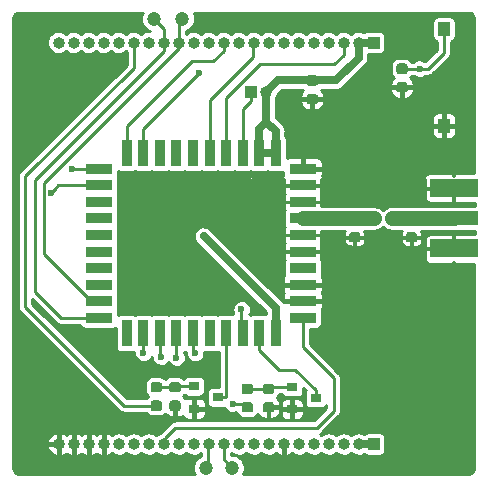
<source format=gbr>
G04 #@! TF.GenerationSoftware,KiCad,Pcbnew,5.99.0-unknown-d20d310~86~ubuntu18.04.1*
G04 #@! TF.CreationDate,2019-12-20T15:33:37-05:00*
G04 #@! TF.ProjectId,me3616_module_board,6d653336-3136-45f6-9d6f-64756c655f62,rev?*
G04 #@! TF.SameCoordinates,Original*
G04 #@! TF.FileFunction,Copper,L1,Top*
G04 #@! TF.FilePolarity,Positive*
%FSLAX46Y46*%
G04 Gerber Fmt 4.6, Leading zero omitted, Abs format (unit mm)*
G04 Created by KiCad (PCBNEW 5.99.0-unknown-d20d310~86~ubuntu18.04.1) date 2019-12-20 15:33:37*
%MOMM*%
%LPD*%
G04 APERTURE LIST*
%ADD10R,1.000000X1.200000*%
%ADD11R,0.920000X2.300000*%
%ADD12R,2.300000X0.920000*%
%ADD13C,1.200000*%
%ADD14R,0.900000X0.800000*%
%ADD15O,1.000000X1.000000*%
%ADD16R,1.000000X1.000000*%
%ADD17R,4.064000X1.524000*%
%ADD18R,4.064000X1.270000*%
%ADD19C,0.600000*%
%ADD20C,0.250000*%
%ADD21C,0.700000*%
%ADD22C,1.230000*%
%ADD23C,0.254000*%
G04 APERTURE END LIST*
G04 #@! TA.AperFunction,SMDPad,CuDef*
G36*
X146139962Y-87366651D02*
G01*
X146210930Y-87414070D01*
X146258349Y-87485038D01*
X146275000Y-87568750D01*
X146275000Y-88006250D01*
X146258349Y-88089962D01*
X146210930Y-88160930D01*
X146139962Y-88208349D01*
X146056250Y-88225000D01*
X145543750Y-88225000D01*
X145460038Y-88208349D01*
X145389070Y-88160930D01*
X145341651Y-88089962D01*
X145325000Y-88006250D01*
X145325000Y-87568750D01*
X145341651Y-87485038D01*
X145389070Y-87414070D01*
X145460038Y-87366651D01*
X145543750Y-87350000D01*
X146056250Y-87350000D01*
X146139962Y-87366651D01*
G37*
G04 #@! TD.AperFunction*
G04 #@! TA.AperFunction,SMDPad,CuDef*
G36*
X146139962Y-85791651D02*
G01*
X146210930Y-85839070D01*
X146258349Y-85910038D01*
X146275000Y-85993750D01*
X146275000Y-86431250D01*
X146258349Y-86514962D01*
X146210930Y-86585930D01*
X146139962Y-86633349D01*
X146056250Y-86650000D01*
X145543750Y-86650000D01*
X145460038Y-86633349D01*
X145389070Y-86585930D01*
X145341651Y-86514962D01*
X145325000Y-86431250D01*
X145325000Y-85993750D01*
X145341651Y-85910038D01*
X145389070Y-85839070D01*
X145460038Y-85791651D01*
X145543750Y-85775000D01*
X146056250Y-85775000D01*
X146139962Y-85791651D01*
G37*
G04 #@! TD.AperFunction*
D10*
X156950000Y-81860000D03*
X156950000Y-90040000D03*
D11*
X130100000Y-92350000D03*
X131500000Y-92350000D03*
X132900000Y-92350000D03*
X134300000Y-92350000D03*
X135700000Y-92350000D03*
X137100000Y-92350000D03*
X138500000Y-92350000D03*
X139900000Y-92350000D03*
X141300000Y-92350000D03*
D12*
X145000000Y-93700000D03*
X145000000Y-95100000D03*
X145000000Y-96500000D03*
X145000000Y-97900000D03*
X145000000Y-99300000D03*
X145000000Y-100700000D03*
X145000000Y-102100000D03*
X145000000Y-103500000D03*
X145000000Y-104900000D03*
D11*
X142700000Y-107600000D03*
X141300000Y-107600000D03*
X139900000Y-107600000D03*
X138500000Y-107600000D03*
X137100000Y-107600000D03*
X135700000Y-107600000D03*
X134300000Y-107600000D03*
X132900000Y-107600000D03*
X131500000Y-107600000D03*
X142700000Y-92350000D03*
X130100000Y-107600000D03*
D12*
X145000000Y-106300000D03*
X127750000Y-106300000D03*
X127750000Y-104900000D03*
X127750000Y-103500000D03*
X127750000Y-102100000D03*
X127750000Y-100700000D03*
X127750000Y-99300000D03*
X127750000Y-97900000D03*
X127750000Y-96500000D03*
X127750000Y-95100000D03*
X127750000Y-93700000D03*
D13*
X139000000Y-119000000D03*
X134800000Y-81000000D03*
X136800000Y-119000000D03*
X132400000Y-81000000D03*
G04 #@! TA.AperFunction,SMDPad,CuDef*
G36*
X134521212Y-111741651D02*
G01*
X134592180Y-111789070D01*
X134639599Y-111860038D01*
X134656250Y-111943750D01*
X134656250Y-112381250D01*
X134639599Y-112464962D01*
X134592180Y-112535930D01*
X134521212Y-112583349D01*
X134437500Y-112600000D01*
X133925000Y-112600000D01*
X133841288Y-112583349D01*
X133770320Y-112535930D01*
X133722901Y-112464962D01*
X133706250Y-112381250D01*
X133706250Y-111943750D01*
X133722901Y-111860038D01*
X133770320Y-111789070D01*
X133841288Y-111741651D01*
X133925000Y-111725000D01*
X134437500Y-111725000D01*
X134521212Y-111741651D01*
G37*
G04 #@! TD.AperFunction*
G04 #@! TA.AperFunction,SMDPad,CuDef*
G36*
X134521212Y-113316651D02*
G01*
X134592180Y-113364070D01*
X134639599Y-113435038D01*
X134656250Y-113518750D01*
X134656250Y-113956250D01*
X134639599Y-114039962D01*
X134592180Y-114110930D01*
X134521212Y-114158349D01*
X134437500Y-114175000D01*
X133925000Y-114175000D01*
X133841288Y-114158349D01*
X133770320Y-114110930D01*
X133722901Y-114039962D01*
X133706250Y-113956250D01*
X133706250Y-113518750D01*
X133722901Y-113435038D01*
X133770320Y-113364070D01*
X133841288Y-113316651D01*
X133925000Y-113300000D01*
X134437500Y-113300000D01*
X134521212Y-113316651D01*
G37*
G04 #@! TD.AperFunction*
G04 #@! TA.AperFunction,SMDPad,CuDef*
G36*
X132921212Y-113316651D02*
G01*
X132992180Y-113364070D01*
X133039599Y-113435038D01*
X133056250Y-113518750D01*
X133056250Y-113956250D01*
X133039599Y-114039962D01*
X132992180Y-114110930D01*
X132921212Y-114158349D01*
X132837500Y-114175000D01*
X132325000Y-114175000D01*
X132241288Y-114158349D01*
X132170320Y-114110930D01*
X132122901Y-114039962D01*
X132106250Y-113956250D01*
X132106250Y-113518750D01*
X132122901Y-113435038D01*
X132170320Y-113364070D01*
X132241288Y-113316651D01*
X132325000Y-113300000D01*
X132837500Y-113300000D01*
X132921212Y-113316651D01*
G37*
G04 #@! TD.AperFunction*
G04 #@! TA.AperFunction,SMDPad,CuDef*
G36*
X132921212Y-111741651D02*
G01*
X132992180Y-111789070D01*
X133039599Y-111860038D01*
X133056250Y-111943750D01*
X133056250Y-112381250D01*
X133039599Y-112464962D01*
X132992180Y-112535930D01*
X132921212Y-112583349D01*
X132837500Y-112600000D01*
X132325000Y-112600000D01*
X132241288Y-112583349D01*
X132170320Y-112535930D01*
X132122901Y-112464962D01*
X132106250Y-112381250D01*
X132106250Y-111943750D01*
X132122901Y-111860038D01*
X132170320Y-111789070D01*
X132241288Y-111741651D01*
X132325000Y-111725000D01*
X132837500Y-111725000D01*
X132921212Y-111741651D01*
G37*
G04 #@! TD.AperFunction*
G04 #@! TA.AperFunction,SMDPad,CuDef*
G36*
X142439962Y-111891651D02*
G01*
X142510930Y-111939070D01*
X142558349Y-112010038D01*
X142575000Y-112093750D01*
X142575000Y-112531250D01*
X142558349Y-112614962D01*
X142510930Y-112685930D01*
X142439962Y-112733349D01*
X142356250Y-112750000D01*
X141843750Y-112750000D01*
X141760038Y-112733349D01*
X141689070Y-112685930D01*
X141641651Y-112614962D01*
X141625000Y-112531250D01*
X141625000Y-112093750D01*
X141641651Y-112010038D01*
X141689070Y-111939070D01*
X141760038Y-111891651D01*
X141843750Y-111875000D01*
X142356250Y-111875000D01*
X142439962Y-111891651D01*
G37*
G04 #@! TD.AperFunction*
G04 #@! TA.AperFunction,SMDPad,CuDef*
G36*
X142439962Y-113466651D02*
G01*
X142510930Y-113514070D01*
X142558349Y-113585038D01*
X142575000Y-113668750D01*
X142575000Y-114106250D01*
X142558349Y-114189962D01*
X142510930Y-114260930D01*
X142439962Y-114308349D01*
X142356250Y-114325000D01*
X141843750Y-114325000D01*
X141760038Y-114308349D01*
X141689070Y-114260930D01*
X141641651Y-114189962D01*
X141625000Y-114106250D01*
X141625000Y-113668750D01*
X141641651Y-113585038D01*
X141689070Y-113514070D01*
X141760038Y-113466651D01*
X141843750Y-113450000D01*
X142356250Y-113450000D01*
X142439962Y-113466651D01*
G37*
G04 #@! TD.AperFunction*
G04 #@! TA.AperFunction,SMDPad,CuDef*
G36*
X140639962Y-113466651D02*
G01*
X140710930Y-113514070D01*
X140758349Y-113585038D01*
X140775000Y-113668750D01*
X140775000Y-114106250D01*
X140758349Y-114189962D01*
X140710930Y-114260930D01*
X140639962Y-114308349D01*
X140556250Y-114325000D01*
X140043750Y-114325000D01*
X139960038Y-114308349D01*
X139889070Y-114260930D01*
X139841651Y-114189962D01*
X139825000Y-114106250D01*
X139825000Y-113668750D01*
X139841651Y-113585038D01*
X139889070Y-113514070D01*
X139960038Y-113466651D01*
X140043750Y-113450000D01*
X140556250Y-113450000D01*
X140639962Y-113466651D01*
G37*
G04 #@! TD.AperFunction*
G04 #@! TA.AperFunction,SMDPad,CuDef*
G36*
X140639962Y-111891651D02*
G01*
X140710930Y-111939070D01*
X140758349Y-112010038D01*
X140775000Y-112093750D01*
X140775000Y-112531250D01*
X140758349Y-112614962D01*
X140710930Y-112685930D01*
X140639962Y-112733349D01*
X140556250Y-112750000D01*
X140043750Y-112750000D01*
X139960038Y-112733349D01*
X139889070Y-112685930D01*
X139841651Y-112614962D01*
X139825000Y-112531250D01*
X139825000Y-112093750D01*
X139841651Y-112010038D01*
X139889070Y-111939070D01*
X139960038Y-111891651D01*
X140043750Y-111875000D01*
X140556250Y-111875000D01*
X140639962Y-111891651D01*
G37*
G04 #@! TD.AperFunction*
G04 #@! TA.AperFunction,SMDPad,CuDef*
G36*
X151314962Y-97441651D02*
G01*
X151385930Y-97489070D01*
X151433349Y-97560038D01*
X151450000Y-97643750D01*
X151450000Y-98156250D01*
X151433349Y-98239962D01*
X151385930Y-98310930D01*
X151314962Y-98358349D01*
X151231250Y-98375000D01*
X150793750Y-98375000D01*
X150710038Y-98358349D01*
X150639070Y-98310930D01*
X150591651Y-98239962D01*
X150575000Y-98156250D01*
X150575000Y-97643750D01*
X150591651Y-97560038D01*
X150639070Y-97489070D01*
X150710038Y-97441651D01*
X150793750Y-97425000D01*
X151231250Y-97425000D01*
X151314962Y-97441651D01*
G37*
G04 #@! TD.AperFunction*
G04 #@! TA.AperFunction,SMDPad,CuDef*
G36*
X152889962Y-97441651D02*
G01*
X152960930Y-97489070D01*
X153008349Y-97560038D01*
X153025000Y-97643750D01*
X153025000Y-98156250D01*
X153008349Y-98239962D01*
X152960930Y-98310930D01*
X152889962Y-98358349D01*
X152806250Y-98375000D01*
X152368750Y-98375000D01*
X152285038Y-98358349D01*
X152214070Y-98310930D01*
X152166651Y-98239962D01*
X152150000Y-98156250D01*
X152150000Y-97643750D01*
X152166651Y-97560038D01*
X152214070Y-97489070D01*
X152285038Y-97441651D01*
X152368750Y-97425000D01*
X152806250Y-97425000D01*
X152889962Y-97441651D01*
G37*
G04 #@! TD.AperFunction*
D14*
X146100000Y-113100000D03*
X144100000Y-114050000D03*
X144100000Y-112150000D03*
X137781250Y-113050000D03*
X135781250Y-114000000D03*
X135781250Y-112100000D03*
D15*
X124330000Y-117000000D03*
X125600000Y-117000000D03*
X126870000Y-117000000D03*
X128140000Y-117000000D03*
X129410000Y-117000000D03*
X130680000Y-117000000D03*
X131950000Y-117000000D03*
X133220000Y-117000000D03*
X134490000Y-117000000D03*
X135760000Y-117000000D03*
X137030000Y-117000000D03*
X138300000Y-117000000D03*
X139570000Y-117000000D03*
X140840000Y-117000000D03*
X142110000Y-117000000D03*
X143380000Y-117000000D03*
X144650000Y-117000000D03*
X145920000Y-117000000D03*
X147190000Y-117000000D03*
X148460000Y-117000000D03*
X149730000Y-117000000D03*
D16*
X151000000Y-117000000D03*
D15*
X124330000Y-83000000D03*
X125600000Y-83000000D03*
X126870000Y-83000000D03*
X128140000Y-83000000D03*
X129410000Y-83000000D03*
X130680000Y-83000000D03*
X131950000Y-83000000D03*
X133220000Y-83000000D03*
X134490000Y-83000000D03*
X135760000Y-83000000D03*
X137030000Y-83000000D03*
X138300000Y-83000000D03*
X139570000Y-83000000D03*
X140840000Y-83000000D03*
X142110000Y-83000000D03*
X143380000Y-83000000D03*
X144650000Y-83000000D03*
X145920000Y-83000000D03*
X147190000Y-83000000D03*
X148460000Y-83000000D03*
X149730000Y-83000000D03*
D16*
X151000000Y-83000000D03*
D15*
X141870000Y-87200000D03*
D16*
X140600000Y-87200000D03*
D17*
X157768000Y-100440000D03*
X157768000Y-95360000D03*
D18*
X157768000Y-97900000D03*
G04 #@! TA.AperFunction,SMDPad,CuDef*
G36*
X153739962Y-86366651D02*
G01*
X153810930Y-86414070D01*
X153858349Y-86485038D01*
X153875000Y-86568750D01*
X153875000Y-87006250D01*
X153858349Y-87089962D01*
X153810930Y-87160930D01*
X153739962Y-87208349D01*
X153656250Y-87225000D01*
X153143750Y-87225000D01*
X153060038Y-87208349D01*
X152989070Y-87160930D01*
X152941651Y-87089962D01*
X152925000Y-87006250D01*
X152925000Y-86568750D01*
X152941651Y-86485038D01*
X152989070Y-86414070D01*
X153060038Y-86366651D01*
X153143750Y-86350000D01*
X153656250Y-86350000D01*
X153739962Y-86366651D01*
G37*
G04 #@! TD.AperFunction*
G04 #@! TA.AperFunction,SMDPad,CuDef*
G36*
X153739962Y-84791651D02*
G01*
X153810930Y-84839070D01*
X153858349Y-84910038D01*
X153875000Y-84993750D01*
X153875000Y-85431250D01*
X153858349Y-85514962D01*
X153810930Y-85585930D01*
X153739962Y-85633349D01*
X153656250Y-85650000D01*
X153143750Y-85650000D01*
X153060038Y-85633349D01*
X152989070Y-85585930D01*
X152941651Y-85514962D01*
X152925000Y-85431250D01*
X152925000Y-84993750D01*
X152941651Y-84910038D01*
X152989070Y-84839070D01*
X153060038Y-84791651D01*
X153143750Y-84775000D01*
X153656250Y-84775000D01*
X153739962Y-84791651D01*
G37*
G04 #@! TD.AperFunction*
G04 #@! TA.AperFunction,SMDPad,CuDef*
G36*
X154539962Y-99066651D02*
G01*
X154610930Y-99114070D01*
X154658349Y-99185038D01*
X154675000Y-99268750D01*
X154675000Y-99706250D01*
X154658349Y-99789962D01*
X154610930Y-99860930D01*
X154539962Y-99908349D01*
X154456250Y-99925000D01*
X153943750Y-99925000D01*
X153860038Y-99908349D01*
X153789070Y-99860930D01*
X153741651Y-99789962D01*
X153725000Y-99706250D01*
X153725000Y-99268750D01*
X153741651Y-99185038D01*
X153789070Y-99114070D01*
X153860038Y-99066651D01*
X153943750Y-99050000D01*
X154456250Y-99050000D01*
X154539962Y-99066651D01*
G37*
G04 #@! TD.AperFunction*
G04 #@! TA.AperFunction,SMDPad,CuDef*
G36*
X154539962Y-97491651D02*
G01*
X154610930Y-97539070D01*
X154658349Y-97610038D01*
X154675000Y-97693750D01*
X154675000Y-98131250D01*
X154658349Y-98214962D01*
X154610930Y-98285930D01*
X154539962Y-98333349D01*
X154456250Y-98350000D01*
X153943750Y-98350000D01*
X153860038Y-98333349D01*
X153789070Y-98285930D01*
X153741651Y-98214962D01*
X153725000Y-98131250D01*
X153725000Y-97693750D01*
X153741651Y-97610038D01*
X153789070Y-97539070D01*
X153860038Y-97491651D01*
X153943750Y-97475000D01*
X154456250Y-97475000D01*
X154539962Y-97491651D01*
G37*
G04 #@! TD.AperFunction*
G04 #@! TA.AperFunction,SMDPad,CuDef*
G36*
X149739962Y-99066651D02*
G01*
X149810930Y-99114070D01*
X149858349Y-99185038D01*
X149875000Y-99268750D01*
X149875000Y-99706250D01*
X149858349Y-99789962D01*
X149810930Y-99860930D01*
X149739962Y-99908349D01*
X149656250Y-99925000D01*
X149143750Y-99925000D01*
X149060038Y-99908349D01*
X148989070Y-99860930D01*
X148941651Y-99789962D01*
X148925000Y-99706250D01*
X148925000Y-99268750D01*
X148941651Y-99185038D01*
X148989070Y-99114070D01*
X149060038Y-99066651D01*
X149143750Y-99050000D01*
X149656250Y-99050000D01*
X149739962Y-99066651D01*
G37*
G04 #@! TD.AperFunction*
G04 #@! TA.AperFunction,SMDPad,CuDef*
G36*
X149739962Y-97491651D02*
G01*
X149810930Y-97539070D01*
X149858349Y-97610038D01*
X149875000Y-97693750D01*
X149875000Y-98131250D01*
X149858349Y-98214962D01*
X149810930Y-98285930D01*
X149739962Y-98333349D01*
X149656250Y-98350000D01*
X149143750Y-98350000D01*
X149060038Y-98333349D01*
X148989070Y-98285930D01*
X148941651Y-98214962D01*
X148925000Y-98131250D01*
X148925000Y-97693750D01*
X148941651Y-97610038D01*
X148989070Y-97539070D01*
X149060038Y-97491651D01*
X149143750Y-97475000D01*
X149656250Y-97475000D01*
X149739962Y-97491651D01*
G37*
G04 #@! TD.AperFunction*
D19*
X139100000Y-113600000D03*
X139800000Y-105600000D03*
X136600000Y-99400000D03*
X127500000Y-112500000D03*
X125000000Y-112500000D03*
X122500000Y-110000000D03*
X155000000Y-107500000D03*
X152500000Y-107500000D03*
X140000000Y-100000000D03*
X142500000Y-100000000D03*
X142500000Y-97500000D03*
X142500000Y-95000000D03*
X140000000Y-95000000D03*
X140000000Y-97500000D03*
X137500000Y-97500000D03*
X137500000Y-95000000D03*
X135000000Y-95000000D03*
X137500000Y-105000000D03*
X135000000Y-105000000D03*
X135000000Y-102500000D03*
X132500000Y-100000000D03*
X132500000Y-102500000D03*
X132500000Y-105000000D03*
X130000000Y-105000000D03*
X130000000Y-102500000D03*
X130000000Y-100000000D03*
X130000000Y-97500000D03*
X122500000Y-90000000D03*
X122500000Y-87500000D03*
X122500000Y-85000000D03*
X122500000Y-82500000D03*
X122500000Y-107500000D03*
X125000000Y-110000000D03*
X122500000Y-112500000D03*
X130000000Y-115000000D03*
X127500000Y-115000000D03*
X125000000Y-115000000D03*
X122500000Y-115000000D03*
X122500000Y-117500000D03*
X152500000Y-117500000D03*
X155000000Y-117500000D03*
X152500000Y-105000000D03*
X150000000Y-105000000D03*
X147500000Y-105000000D03*
X147500000Y-102500000D03*
X150000000Y-102500000D03*
X152500000Y-102500000D03*
X155000000Y-105000000D03*
X155000000Y-102500000D03*
X157500000Y-102500000D03*
X157500000Y-105000000D03*
X157500000Y-107500000D03*
X157500000Y-115000000D03*
X157500000Y-117500000D03*
X155000000Y-92500000D03*
X152500000Y-92500000D03*
X150000000Y-92500000D03*
X147500000Y-92500000D03*
X145000000Y-92500000D03*
X145000000Y-90000000D03*
X155000000Y-90000000D03*
X152500000Y-90000000D03*
X150000000Y-90000000D03*
X147500000Y-90000000D03*
X147500000Y-87500000D03*
X150000000Y-87500000D03*
X155000000Y-87500000D03*
X152500000Y-82500000D03*
X155000000Y-82500000D03*
X157500000Y-92500000D03*
X157500000Y-87500000D03*
X157500000Y-85000000D03*
X155000000Y-95500000D03*
X153500000Y-95500000D03*
X152000000Y-95500000D03*
X150500000Y-95500000D03*
X149000000Y-95500000D03*
X152900000Y-99300000D03*
X151400000Y-99300000D03*
X148400000Y-99300000D03*
X155000000Y-100400000D03*
X153500000Y-100400000D03*
X152000000Y-100400000D03*
X150500000Y-100400000D03*
X149000000Y-100400000D03*
X154400000Y-96600000D03*
X152900000Y-96600000D03*
X151400000Y-96600000D03*
X149900000Y-96600000D03*
X148400000Y-96600000D03*
X147500000Y-100400000D03*
X146900000Y-99300000D03*
X147500000Y-95500000D03*
X146900000Y-96600000D03*
X132500000Y-115000000D03*
X154887500Y-85212500D03*
X125474990Y-93700000D03*
X123700000Y-95700000D03*
X135900000Y-109300000D03*
X133000000Y-109600000D03*
X131500000Y-109300000D03*
X134300000Y-109700000D03*
X136200000Y-85600000D03*
D20*
X140344048Y-113787500D02*
X140156548Y-113600000D01*
X139524264Y-113600000D02*
X139100000Y-113600000D01*
X140156548Y-113600000D02*
X139524264Y-113600000D01*
X139800000Y-105600000D02*
X139800000Y-107500000D01*
X139800000Y-107500000D02*
X139900000Y-107600000D01*
D21*
X142700000Y-107600000D02*
X142700000Y-105500000D01*
X142700000Y-105500000D02*
X136600000Y-99400000D01*
D20*
X121500000Y-105400000D02*
X121500000Y-94300000D01*
X129837500Y-113737500D02*
X121500000Y-105400000D01*
X132581250Y-113737500D02*
X129837500Y-113737500D01*
X130680000Y-85120000D02*
X130680000Y-83000000D01*
X121500000Y-94300000D02*
X130680000Y-85120000D01*
X147600000Y-114200000D02*
X146200000Y-115600000D01*
X134200000Y-115600000D02*
X133300000Y-116500000D01*
X147600000Y-111400000D02*
X147600000Y-114200000D01*
X146200000Y-115600000D02*
X134200000Y-115600000D01*
X145000000Y-106300000D02*
X145000000Y-108800000D01*
X145000000Y-108800000D02*
X147600000Y-111400000D01*
X133300000Y-116500000D02*
X133300000Y-116920000D01*
X133300000Y-116920000D02*
X133220000Y-117000000D01*
X146100000Y-112450000D02*
X144350000Y-110700000D01*
X144350000Y-110700000D02*
X143000000Y-110700000D01*
X146100000Y-113100000D02*
X146100000Y-112450000D01*
X143000000Y-110700000D02*
X141300000Y-109000000D01*
X141300000Y-109000000D02*
X141300000Y-107600000D01*
X144100000Y-112150000D02*
X142262500Y-112150000D01*
X142262500Y-112150000D02*
X142100000Y-112312500D01*
X140300000Y-112312500D02*
X142100000Y-112312500D01*
X137781250Y-113050000D02*
X138481250Y-113050000D01*
X138481250Y-113050000D02*
X138500000Y-113031250D01*
X138500000Y-113031250D02*
X138500000Y-109000000D01*
X138500000Y-109000000D02*
X138500000Y-107600000D01*
X138500000Y-87714998D02*
X141414998Y-84800000D01*
X138500000Y-92350000D02*
X138500000Y-87714998D01*
X141414998Y-84800000D02*
X147680001Y-84800000D01*
X148460000Y-84020001D02*
X148460000Y-83000000D01*
X147680001Y-84800000D02*
X148460000Y-84020001D01*
X123100000Y-96025002D02*
X123074999Y-96000001D01*
X123100000Y-100940000D02*
X123100000Y-96025002D01*
X127750000Y-104900000D02*
X127060000Y-104900000D01*
X127060000Y-104900000D02*
X123100000Y-100940000D01*
X123074999Y-94874987D02*
X134490000Y-83459986D01*
X123074999Y-96000001D02*
X123074999Y-94874987D01*
X134490000Y-83459986D02*
X134490000Y-83000000D01*
X130100000Y-90100000D02*
X135600000Y-84600000D01*
X130100000Y-92350000D02*
X130100000Y-90100000D01*
X137400000Y-84600000D02*
X138300000Y-83700000D01*
X135600000Y-84600000D02*
X137400000Y-84600000D01*
X138300000Y-83700000D02*
X138300000Y-83000000D01*
D21*
X149730000Y-84277001D02*
X147807001Y-86200000D01*
X147807001Y-86200000D02*
X142870000Y-86200000D01*
X149730000Y-83000000D02*
X149730000Y-84277001D01*
X142870000Y-86200000D02*
X141870000Y-87200000D01*
D20*
X154887500Y-85212500D02*
X153400000Y-85212500D01*
X155587500Y-85212500D02*
X154887500Y-85212500D01*
X140800000Y-83040000D02*
X140800000Y-84200000D01*
X140840000Y-83000000D02*
X140800000Y-83040000D01*
X140800000Y-84200000D02*
X137100000Y-87900000D01*
X137100000Y-87900000D02*
X137100000Y-92350000D01*
X140600000Y-87200000D02*
X140600000Y-87950000D01*
X140600000Y-87950000D02*
X139900000Y-88650000D01*
X139900000Y-90950000D02*
X139900000Y-92350000D01*
X139900000Y-88650000D02*
X139900000Y-90950000D01*
X127750000Y-93700000D02*
X125474990Y-93700000D01*
X127750000Y-95100000D02*
X124300000Y-95100000D01*
X124300000Y-95100000D02*
X123999999Y-95400001D01*
X123999999Y-95400001D02*
X123700000Y-95700000D01*
X133220000Y-83707106D02*
X122300000Y-94627106D01*
X122300000Y-94627106D02*
X122300000Y-104100000D01*
X133220000Y-83000000D02*
X133220000Y-83707106D01*
X124500000Y-106300000D02*
X126350000Y-106300000D01*
X126350000Y-106300000D02*
X127750000Y-106300000D01*
X122300000Y-104100000D02*
X124500000Y-106300000D01*
X132581250Y-112162500D02*
X134181250Y-112162500D01*
X135781250Y-112100000D02*
X134143750Y-112100000D01*
X135700000Y-109100000D02*
X135900000Y-109300000D01*
X135700000Y-107600000D02*
X135700000Y-109100000D01*
X132900000Y-109500000D02*
X133000000Y-109600000D01*
X132900000Y-107600000D02*
X132900000Y-109500000D01*
X131500000Y-109300000D02*
X131500000Y-107600000D01*
X134300000Y-109700000D02*
X134300000Y-107600000D01*
X156950000Y-83850000D02*
X155587500Y-85212500D01*
X156950000Y-81860000D02*
X156950000Y-83850000D01*
D21*
X141900000Y-89800000D02*
X141870000Y-89730000D01*
X141870000Y-87200000D02*
X141900000Y-89800000D01*
X142700000Y-92350000D02*
X142700000Y-90500000D01*
X142700000Y-90500000D02*
X142000000Y-89800000D01*
X142000000Y-89800000D02*
X141900000Y-89800000D01*
X142700000Y-92350000D02*
X141300000Y-92350000D01*
X141870000Y-89730000D02*
X141300000Y-90300000D01*
X141300000Y-90300000D02*
X141300000Y-92350000D01*
X149730000Y-83000000D02*
X151000000Y-83000000D01*
X149730000Y-117000000D02*
X151000000Y-117000000D01*
D20*
X137000000Y-118800000D02*
X137000000Y-117030000D01*
X136800000Y-119000000D02*
X137000000Y-118800000D01*
X137000000Y-117030000D02*
X137030000Y-117000000D01*
X138300000Y-117000000D02*
X138300000Y-118300000D01*
X138300000Y-118300000D02*
X139000000Y-119000000D01*
D22*
X152587500Y-97900000D02*
X157768000Y-97900000D01*
X145000000Y-97900000D02*
X151012500Y-97900000D01*
D20*
X131500000Y-90300000D02*
X135900001Y-85899999D01*
X135900001Y-85899999D02*
X136200000Y-85600000D01*
X131500000Y-92350000D02*
X131500000Y-90300000D01*
X134490000Y-83000000D02*
X134490000Y-81310000D01*
X134490000Y-81310000D02*
X134800000Y-81000000D01*
X132400000Y-81000000D02*
X133220000Y-81820000D01*
X133220000Y-81820000D02*
X133220000Y-83000000D01*
G36*
X131407405Y-80570466D02*
G01*
X131341309Y-80778828D01*
X131318459Y-80996225D01*
X131339790Y-81213776D01*
X131404431Y-81422595D01*
X131509739Y-81614149D01*
X131651414Y-81780618D01*
X131823669Y-81915198D01*
X132019467Y-82012392D01*
X132086469Y-82030095D01*
X131898619Y-82019592D01*
X131689289Y-82053496D01*
X131492124Y-82131560D01*
X131316320Y-82250140D01*
X131311176Y-82255542D01*
X131231827Y-82188011D01*
X131044592Y-82088455D01*
X130840346Y-82031430D01*
X130628619Y-82019592D01*
X130419289Y-82053496D01*
X130222124Y-82131560D01*
X130046320Y-82250140D01*
X130041176Y-82255542D01*
X129961827Y-82188011D01*
X129774592Y-82088455D01*
X129570346Y-82031430D01*
X129358619Y-82019592D01*
X129149289Y-82053496D01*
X128952124Y-82131560D01*
X128776320Y-82250140D01*
X128771176Y-82255542D01*
X128691827Y-82188011D01*
X128504592Y-82088455D01*
X128300346Y-82031430D01*
X128088619Y-82019592D01*
X127879289Y-82053496D01*
X127682124Y-82131560D01*
X127506320Y-82250140D01*
X127501176Y-82255542D01*
X127421827Y-82188011D01*
X127234592Y-82088455D01*
X127030346Y-82031430D01*
X126818619Y-82019592D01*
X126609289Y-82053496D01*
X126412124Y-82131560D01*
X126236320Y-82250140D01*
X126231176Y-82255542D01*
X126151827Y-82188011D01*
X125964592Y-82088455D01*
X125760346Y-82031430D01*
X125548619Y-82019592D01*
X125339289Y-82053496D01*
X125142124Y-82131560D01*
X124966320Y-82250140D01*
X124961176Y-82255542D01*
X124881827Y-82188011D01*
X124694592Y-82088455D01*
X124490346Y-82031430D01*
X124278619Y-82019592D01*
X124069289Y-82053496D01*
X123872124Y-82131560D01*
X123696320Y-82250140D01*
X123550081Y-82403706D01*
X123440229Y-82585093D01*
X123371890Y-82785837D01*
X123348252Y-82996573D01*
X123370419Y-83207469D01*
X123437354Y-83408685D01*
X123545937Y-83590834D01*
X123691100Y-83745417D01*
X123866071Y-83865223D01*
X124062688Y-83944661D01*
X124271776Y-83980025D01*
X124483580Y-83969666D01*
X124688219Y-83914067D01*
X124876144Y-83815822D01*
X124960637Y-83744924D01*
X124961100Y-83745417D01*
X125136071Y-83865223D01*
X125332688Y-83944661D01*
X125541776Y-83980025D01*
X125753580Y-83969666D01*
X125958219Y-83914067D01*
X126146144Y-83815822D01*
X126230637Y-83744924D01*
X126231100Y-83745417D01*
X126406071Y-83865223D01*
X126602688Y-83944661D01*
X126811776Y-83980025D01*
X127023580Y-83969666D01*
X127228219Y-83914067D01*
X127416144Y-83815822D01*
X127500637Y-83744924D01*
X127501100Y-83745417D01*
X127676071Y-83865223D01*
X127872688Y-83944661D01*
X128081776Y-83980025D01*
X128293580Y-83969666D01*
X128498219Y-83914067D01*
X128686144Y-83815822D01*
X128770637Y-83744924D01*
X128771100Y-83745417D01*
X128946071Y-83865223D01*
X129142688Y-83944661D01*
X129351776Y-83980025D01*
X129563580Y-83969666D01*
X129768219Y-83914067D01*
X129956144Y-83815822D01*
X130040637Y-83744924D01*
X130041100Y-83745417D01*
X130079001Y-83771368D01*
X130079000Y-84871059D01*
X121093581Y-93856478D01*
X121032507Y-93907725D01*
X120992642Y-93976773D01*
X120946908Y-94042090D01*
X120939960Y-94068022D01*
X120926534Y-94091275D01*
X120912688Y-94169799D01*
X120892052Y-94246811D01*
X120899001Y-94326244D01*
X120899000Y-105373781D01*
X120892052Y-105453188D01*
X120912686Y-105530197D01*
X120926533Y-105608725D01*
X120939959Y-105631978D01*
X120946907Y-105657910D01*
X120992635Y-105723215D01*
X121032505Y-105792274D01*
X121093588Y-105843529D01*
X129393977Y-114143919D01*
X129445225Y-114204995D01*
X129514274Y-114244859D01*
X129579589Y-114290594D01*
X129605523Y-114297543D01*
X129628774Y-114310967D01*
X129707291Y-114324812D01*
X129784311Y-114345449D01*
X129863741Y-114338500D01*
X131738386Y-114338500D01*
X131895399Y-114509062D01*
X132099320Y-114619418D01*
X132317583Y-114655840D01*
X132842299Y-114655840D01*
X133009828Y-114634958D01*
X133219722Y-114542890D01*
X133346839Y-114425871D01*
X133484517Y-114563549D01*
X133694717Y-114670652D01*
X133917811Y-114705986D01*
X134107250Y-114705986D01*
X134107250Y-113663500D01*
X134255250Y-113663500D01*
X134255250Y-114705986D01*
X134444689Y-114705986D01*
X134667783Y-114670652D01*
X134832126Y-114586915D01*
X134835770Y-114605235D01*
X134952025Y-114779225D01*
X135126015Y-114895480D01*
X135318840Y-114933836D01*
X135707250Y-114933836D01*
X135707250Y-114074000D01*
X135855250Y-114074000D01*
X135855250Y-114933836D01*
X136243660Y-114933836D01*
X136436485Y-114895480D01*
X136610475Y-114779225D01*
X136726730Y-114605235D01*
X136765086Y-114412410D01*
X136765086Y-114074000D01*
X135855250Y-114074000D01*
X135707250Y-114074000D01*
X135707250Y-113066164D01*
X135855250Y-113066164D01*
X135855250Y-113926000D01*
X136765086Y-113926000D01*
X136765086Y-113587590D01*
X136726730Y-113394765D01*
X136610475Y-113220775D01*
X136436485Y-113104520D01*
X136243660Y-113066164D01*
X135855250Y-113066164D01*
X135707250Y-113066164D01*
X135318840Y-113066164D01*
X135126015Y-113104520D01*
X135075406Y-113138336D01*
X135044799Y-113078267D01*
X134879444Y-112912912D01*
X134975552Y-112824438D01*
X134988073Y-112843177D01*
X135145524Y-112948382D01*
X135318840Y-112982857D01*
X136243660Y-112982857D01*
X136416976Y-112948382D01*
X136574427Y-112843177D01*
X136679632Y-112685726D01*
X136714107Y-112512410D01*
X136714107Y-111687590D01*
X136679632Y-111514274D01*
X136574427Y-111356823D01*
X136416976Y-111251618D01*
X136243660Y-111217143D01*
X135318840Y-111217143D01*
X135145524Y-111251618D01*
X134988073Y-111356823D01*
X134923988Y-111452734D01*
X134867101Y-111390938D01*
X134663180Y-111280582D01*
X134444917Y-111244160D01*
X133920201Y-111244160D01*
X133752672Y-111265042D01*
X133542778Y-111357110D01*
X133376701Y-111509995D01*
X133267101Y-111390938D01*
X133063180Y-111280582D01*
X132844917Y-111244160D01*
X132320201Y-111244160D01*
X132152672Y-111265042D01*
X131942778Y-111357110D01*
X131772188Y-111514149D01*
X131661832Y-111718070D01*
X131625410Y-111936333D01*
X131625410Y-112386049D01*
X131646292Y-112553578D01*
X131738360Y-112763472D01*
X131895399Y-112934062D01*
X131923902Y-112949487D01*
X131772188Y-113089149D01*
X131746563Y-113136500D01*
X130086442Y-113136500D01*
X122101000Y-105151059D01*
X122101000Y-104750941D01*
X124056477Y-106706419D01*
X124107725Y-106767495D01*
X124176774Y-106807359D01*
X124242089Y-106853094D01*
X124268024Y-106860043D01*
X124291275Y-106873467D01*
X124369798Y-106887313D01*
X124446811Y-106907948D01*
X124526232Y-106901000D01*
X126142721Y-106901000D01*
X126151617Y-106945726D01*
X126256823Y-107103177D01*
X126414274Y-107208382D01*
X126587590Y-107242857D01*
X128912410Y-107242857D01*
X129085726Y-107208382D01*
X129157143Y-107160663D01*
X129157143Y-108762410D01*
X129191618Y-108935726D01*
X129296823Y-109093177D01*
X129454274Y-109198382D01*
X129627590Y-109232857D01*
X130572410Y-109232857D01*
X130729865Y-109201537D01*
X130715273Y-109293152D01*
X130747949Y-109524196D01*
X130847118Y-109735418D01*
X131004010Y-109908143D01*
X131204755Y-110027100D01*
X131431604Y-110081771D01*
X131664500Y-110067322D01*
X131882851Y-109985031D01*
X132067354Y-109842175D01*
X132201694Y-109651382D01*
X132216906Y-109604701D01*
X132247949Y-109824196D01*
X132347118Y-110035418D01*
X132504010Y-110208143D01*
X132704755Y-110327100D01*
X132931604Y-110381771D01*
X133164500Y-110367322D01*
X133382851Y-110285031D01*
X133567354Y-110142175D01*
X133617112Y-110071507D01*
X133647118Y-110135418D01*
X133804010Y-110308143D01*
X134004755Y-110427100D01*
X134231604Y-110481771D01*
X134464500Y-110467322D01*
X134682851Y-110385031D01*
X134867354Y-110242175D01*
X135001694Y-110051382D01*
X135074151Y-109829042D01*
X135076286Y-109584490D01*
X135007719Y-109360917D01*
X134903205Y-109206840D01*
X134945725Y-109198383D01*
X135000000Y-109162118D01*
X135054274Y-109198382D01*
X135106971Y-109208864D01*
X135112688Y-109230201D01*
X135119314Y-109267778D01*
X135115273Y-109293153D01*
X135147949Y-109524196D01*
X135247118Y-109735418D01*
X135404010Y-109908143D01*
X135604755Y-110027100D01*
X135831604Y-110081771D01*
X136064500Y-110067322D01*
X136282851Y-109985031D01*
X136467354Y-109842175D01*
X136601694Y-109651382D01*
X136674151Y-109429042D01*
X136675864Y-109232857D01*
X137572410Y-109232857D01*
X137745726Y-109198382D01*
X137800000Y-109162118D01*
X137854274Y-109198382D01*
X137899001Y-109207279D01*
X137899000Y-112167143D01*
X137318840Y-112167143D01*
X137145524Y-112201618D01*
X136988073Y-112306823D01*
X136882868Y-112464274D01*
X136848393Y-112637590D01*
X136848393Y-113462410D01*
X136882868Y-113635726D01*
X136988073Y-113793177D01*
X137145524Y-113898382D01*
X137318840Y-113932857D01*
X138243660Y-113932857D01*
X138385700Y-113904603D01*
X138447118Y-114035418D01*
X138604010Y-114208143D01*
X138804755Y-114327100D01*
X139031604Y-114381771D01*
X139264500Y-114367322D01*
X139384184Y-114322216D01*
X139457110Y-114488472D01*
X139614149Y-114659062D01*
X139818070Y-114769418D01*
X140036333Y-114805840D01*
X140561049Y-114805840D01*
X140728578Y-114784958D01*
X140938472Y-114692890D01*
X141109062Y-114535851D01*
X141171819Y-114419886D01*
X141236451Y-114546733D01*
X141403267Y-114713549D01*
X141613467Y-114820652D01*
X141836561Y-114855986D01*
X142026000Y-114855986D01*
X142026000Y-113961500D01*
X142174000Y-113961500D01*
X142174000Y-114855986D01*
X142363439Y-114855986D01*
X142586533Y-114820652D01*
X142796733Y-114713549D01*
X142963549Y-114546733D01*
X143070652Y-114336533D01*
X143104313Y-114124000D01*
X143116164Y-114124000D01*
X143116164Y-114462410D01*
X143154520Y-114655235D01*
X143270775Y-114829225D01*
X143444765Y-114945480D01*
X143637590Y-114983836D01*
X144026000Y-114983836D01*
X144026000Y-114124000D01*
X144174000Y-114124000D01*
X144174000Y-114983836D01*
X144562410Y-114983836D01*
X144755235Y-114945480D01*
X144929225Y-114829225D01*
X145045480Y-114655235D01*
X145083836Y-114462410D01*
X145083836Y-114124000D01*
X144174000Y-114124000D01*
X144026000Y-114124000D01*
X143116164Y-114124000D01*
X143104313Y-114124000D01*
X143105986Y-114113439D01*
X143105986Y-113961500D01*
X142174000Y-113961500D01*
X142026000Y-113961500D01*
X142026000Y-113813500D01*
X143105986Y-113813500D01*
X143105986Y-113661561D01*
X143102190Y-113637590D01*
X143116164Y-113637590D01*
X143116164Y-113976000D01*
X144026000Y-113976000D01*
X144026000Y-113116164D01*
X144174000Y-113116164D01*
X144174000Y-113976000D01*
X145083836Y-113976000D01*
X145083836Y-113637590D01*
X145045480Y-113444765D01*
X144929225Y-113270775D01*
X144755235Y-113154520D01*
X144562410Y-113116164D01*
X144174000Y-113116164D01*
X144026000Y-113116164D01*
X143637590Y-113116164D01*
X143444765Y-113154520D01*
X143270775Y-113270775D01*
X143154520Y-113444765D01*
X143116164Y-113637590D01*
X143102190Y-113637590D01*
X143070652Y-113438467D01*
X142963549Y-113228267D01*
X142798194Y-113062912D01*
X142909062Y-112960851D01*
X143019418Y-112756930D01*
X143020408Y-112751000D01*
X143211824Y-112751000D01*
X143306823Y-112893177D01*
X143464274Y-112998382D01*
X143637590Y-113032857D01*
X144562410Y-113032857D01*
X144735726Y-112998382D01*
X144893177Y-112893177D01*
X144998382Y-112735726D01*
X145032857Y-112562410D01*
X145032857Y-112232800D01*
X145246765Y-112446707D01*
X145201618Y-112514274D01*
X145167143Y-112687590D01*
X145167143Y-113512410D01*
X145201618Y-113685726D01*
X145306823Y-113843177D01*
X145464274Y-113948382D01*
X145637590Y-113982857D01*
X146562410Y-113982857D01*
X146735726Y-113948382D01*
X146893177Y-113843177D01*
X146998382Y-113685726D01*
X146999001Y-113682615D01*
X146999001Y-113951057D01*
X145951059Y-114999000D01*
X134226218Y-114999000D01*
X134146811Y-114992052D01*
X134069802Y-115012686D01*
X133991274Y-115026533D01*
X133968020Y-115039960D01*
X133942090Y-115046907D01*
X133876787Y-115092633D01*
X133807725Y-115132506D01*
X133756471Y-115193588D01*
X132893588Y-116056471D01*
X132841602Y-116100092D01*
X132762123Y-116131560D01*
X132586320Y-116250140D01*
X132581176Y-116255542D01*
X132501827Y-116188011D01*
X132314592Y-116088455D01*
X132110346Y-116031430D01*
X131898619Y-116019592D01*
X131689289Y-116053496D01*
X131492124Y-116131560D01*
X131316320Y-116250140D01*
X131311176Y-116255542D01*
X131231827Y-116188011D01*
X131044592Y-116088455D01*
X130840346Y-116031430D01*
X130628619Y-116019592D01*
X130419289Y-116053496D01*
X130222124Y-116131560D01*
X130046320Y-116250140D01*
X130041176Y-116255542D01*
X129961827Y-116188011D01*
X129774592Y-116088455D01*
X129570346Y-116031430D01*
X129358619Y-116019592D01*
X129149289Y-116053496D01*
X128952124Y-116131560D01*
X128813029Y-116225380D01*
X128746389Y-116165376D01*
X128559610Y-116057540D01*
X128214000Y-115945243D01*
X128214000Y-118054757D01*
X128559610Y-117942460D01*
X128746389Y-117834624D01*
X128813341Y-117774340D01*
X128946071Y-117865223D01*
X129142688Y-117944661D01*
X129351776Y-117980025D01*
X129563580Y-117969666D01*
X129768219Y-117914067D01*
X129956144Y-117815822D01*
X130040637Y-117744924D01*
X130041100Y-117745417D01*
X130216071Y-117865223D01*
X130412688Y-117944661D01*
X130621776Y-117980025D01*
X130833580Y-117969666D01*
X131038219Y-117914067D01*
X131226144Y-117815822D01*
X131310637Y-117744924D01*
X131311100Y-117745417D01*
X131486071Y-117865223D01*
X131682688Y-117944661D01*
X131891776Y-117980025D01*
X132103580Y-117969666D01*
X132308219Y-117914067D01*
X132496144Y-117815822D01*
X132580637Y-117744924D01*
X132581100Y-117745417D01*
X132756071Y-117865223D01*
X132952688Y-117944661D01*
X133161776Y-117980025D01*
X133373580Y-117969666D01*
X133578219Y-117914067D01*
X133766144Y-117815822D01*
X133850637Y-117744924D01*
X133851100Y-117745417D01*
X134026071Y-117865223D01*
X134222688Y-117944661D01*
X134431776Y-117980025D01*
X134643580Y-117969666D01*
X134848219Y-117914067D01*
X135036144Y-117815822D01*
X135120637Y-117744924D01*
X135121100Y-117745417D01*
X135296071Y-117865223D01*
X135492688Y-117944661D01*
X135701776Y-117980025D01*
X135913580Y-117969666D01*
X136118219Y-117914067D01*
X136306144Y-117815822D01*
X136390637Y-117744925D01*
X136391100Y-117745418D01*
X136399001Y-117750828D01*
X136399000Y-117998409D01*
X136230072Y-118080801D01*
X136056882Y-118214176D01*
X135914049Y-118379649D01*
X135807405Y-118570466D01*
X135741309Y-118778828D01*
X135718459Y-118996225D01*
X135739790Y-119213776D01*
X135804431Y-119422595D01*
X135860179Y-119524000D01*
X121063640Y-119524000D01*
X121054012Y-119522172D01*
X120896104Y-119506132D01*
X120796455Y-119474904D01*
X120705121Y-119424277D01*
X120625831Y-119356317D01*
X120561825Y-119273801D01*
X120515720Y-119180103D01*
X120487903Y-119073312D01*
X120478624Y-118952725D01*
X120476000Y-118942084D01*
X120476000Y-117074000D01*
X123296807Y-117074000D01*
X123348842Y-117318798D01*
X123436564Y-117515825D01*
X123563334Y-117690309D01*
X123723611Y-117834624D01*
X123910390Y-117942460D01*
X124256000Y-118054757D01*
X124256000Y-117074000D01*
X123296807Y-117074000D01*
X120476000Y-117074000D01*
X120476000Y-116926000D01*
X123296807Y-116926000D01*
X124256000Y-116926000D01*
X124256000Y-115945243D01*
X124404000Y-115945243D01*
X124404000Y-118054757D01*
X124749610Y-117942460D01*
X124936389Y-117834624D01*
X124965000Y-117808862D01*
X124993611Y-117834624D01*
X125180390Y-117942460D01*
X125526000Y-118054757D01*
X125526000Y-115945243D01*
X125674000Y-115945243D01*
X125674000Y-118054757D01*
X126019610Y-117942460D01*
X126206389Y-117834624D01*
X126235000Y-117808862D01*
X126263611Y-117834624D01*
X126450390Y-117942460D01*
X126796000Y-118054757D01*
X126796000Y-115945243D01*
X126944000Y-115945243D01*
X126944000Y-118054757D01*
X127289610Y-117942460D01*
X127476389Y-117834624D01*
X127505000Y-117808862D01*
X127533611Y-117834624D01*
X127720390Y-117942460D01*
X128066000Y-118054757D01*
X128066000Y-115945243D01*
X127720390Y-116057540D01*
X127533611Y-116165376D01*
X127505000Y-116191138D01*
X127476389Y-116165376D01*
X127289610Y-116057540D01*
X126944000Y-115945243D01*
X126796000Y-115945243D01*
X126450390Y-116057540D01*
X126263611Y-116165376D01*
X126235000Y-116191138D01*
X126206389Y-116165376D01*
X126019610Y-116057540D01*
X125674000Y-115945243D01*
X125526000Y-115945243D01*
X125180390Y-116057540D01*
X124993611Y-116165376D01*
X124965000Y-116191138D01*
X124936389Y-116165376D01*
X124749610Y-116057540D01*
X124404000Y-115945243D01*
X124256000Y-115945243D01*
X123910390Y-116057540D01*
X123723611Y-116165376D01*
X123563334Y-116309691D01*
X123436564Y-116484175D01*
X123348842Y-116681202D01*
X123296807Y-116926000D01*
X120476000Y-116926000D01*
X120476000Y-81063639D01*
X120477828Y-81054011D01*
X120493867Y-80896108D01*
X120525096Y-80796456D01*
X120575725Y-80705120D01*
X120643683Y-80625831D01*
X120726196Y-80561827D01*
X120819901Y-80515719D01*
X120926688Y-80487902D01*
X121047275Y-80478624D01*
X121057916Y-80476000D01*
X131460200Y-80476000D01*
X131407405Y-80570466D01*
G37*
D23*
X131407405Y-80570466D02*
X131341309Y-80778828D01*
X131318459Y-80996225D01*
X131339790Y-81213776D01*
X131404431Y-81422595D01*
X131509739Y-81614149D01*
X131651414Y-81780618D01*
X131823669Y-81915198D01*
X132019467Y-82012392D01*
X132086469Y-82030095D01*
X131898619Y-82019592D01*
X131689289Y-82053496D01*
X131492124Y-82131560D01*
X131316320Y-82250140D01*
X131311176Y-82255542D01*
X131231827Y-82188011D01*
X131044592Y-82088455D01*
X130840346Y-82031430D01*
X130628619Y-82019592D01*
X130419289Y-82053496D01*
X130222124Y-82131560D01*
X130046320Y-82250140D01*
X130041176Y-82255542D01*
X129961827Y-82188011D01*
X129774592Y-82088455D01*
X129570346Y-82031430D01*
X129358619Y-82019592D01*
X129149289Y-82053496D01*
X128952124Y-82131560D01*
X128776320Y-82250140D01*
X128771176Y-82255542D01*
X128691827Y-82188011D01*
X128504592Y-82088455D01*
X128300346Y-82031430D01*
X128088619Y-82019592D01*
X127879289Y-82053496D01*
X127682124Y-82131560D01*
X127506320Y-82250140D01*
X127501176Y-82255542D01*
X127421827Y-82188011D01*
X127234592Y-82088455D01*
X127030346Y-82031430D01*
X126818619Y-82019592D01*
X126609289Y-82053496D01*
X126412124Y-82131560D01*
X126236320Y-82250140D01*
X126231176Y-82255542D01*
X126151827Y-82188011D01*
X125964592Y-82088455D01*
X125760346Y-82031430D01*
X125548619Y-82019592D01*
X125339289Y-82053496D01*
X125142124Y-82131560D01*
X124966320Y-82250140D01*
X124961176Y-82255542D01*
X124881827Y-82188011D01*
X124694592Y-82088455D01*
X124490346Y-82031430D01*
X124278619Y-82019592D01*
X124069289Y-82053496D01*
X123872124Y-82131560D01*
X123696320Y-82250140D01*
X123550081Y-82403706D01*
X123440229Y-82585093D01*
X123371890Y-82785837D01*
X123348252Y-82996573D01*
X123370419Y-83207469D01*
X123437354Y-83408685D01*
X123545937Y-83590834D01*
X123691100Y-83745417D01*
X123866071Y-83865223D01*
X124062688Y-83944661D01*
X124271776Y-83980025D01*
X124483580Y-83969666D01*
X124688219Y-83914067D01*
X124876144Y-83815822D01*
X124960637Y-83744924D01*
X124961100Y-83745417D01*
X125136071Y-83865223D01*
X125332688Y-83944661D01*
X125541776Y-83980025D01*
X125753580Y-83969666D01*
X125958219Y-83914067D01*
X126146144Y-83815822D01*
X126230637Y-83744924D01*
X126231100Y-83745417D01*
X126406071Y-83865223D01*
X126602688Y-83944661D01*
X126811776Y-83980025D01*
X127023580Y-83969666D01*
X127228219Y-83914067D01*
X127416144Y-83815822D01*
X127500637Y-83744924D01*
X127501100Y-83745417D01*
X127676071Y-83865223D01*
X127872688Y-83944661D01*
X128081776Y-83980025D01*
X128293580Y-83969666D01*
X128498219Y-83914067D01*
X128686144Y-83815822D01*
X128770637Y-83744924D01*
X128771100Y-83745417D01*
X128946071Y-83865223D01*
X129142688Y-83944661D01*
X129351776Y-83980025D01*
X129563580Y-83969666D01*
X129768219Y-83914067D01*
X129956144Y-83815822D01*
X130040637Y-83744924D01*
X130041100Y-83745417D01*
X130079001Y-83771368D01*
X130079000Y-84871059D01*
X121093581Y-93856478D01*
X121032507Y-93907725D01*
X120992642Y-93976773D01*
X120946908Y-94042090D01*
X120939960Y-94068022D01*
X120926534Y-94091275D01*
X120912688Y-94169799D01*
X120892052Y-94246811D01*
X120899001Y-94326244D01*
X120899000Y-105373781D01*
X120892052Y-105453188D01*
X120912686Y-105530197D01*
X120926533Y-105608725D01*
X120939959Y-105631978D01*
X120946907Y-105657910D01*
X120992635Y-105723215D01*
X121032505Y-105792274D01*
X121093588Y-105843529D01*
X129393977Y-114143919D01*
X129445225Y-114204995D01*
X129514274Y-114244859D01*
X129579589Y-114290594D01*
X129605523Y-114297543D01*
X129628774Y-114310967D01*
X129707291Y-114324812D01*
X129784311Y-114345449D01*
X129863741Y-114338500D01*
X131738386Y-114338500D01*
X131895399Y-114509062D01*
X132099320Y-114619418D01*
X132317583Y-114655840D01*
X132842299Y-114655840D01*
X133009828Y-114634958D01*
X133219722Y-114542890D01*
X133346839Y-114425871D01*
X133484517Y-114563549D01*
X133694717Y-114670652D01*
X133917811Y-114705986D01*
X134107250Y-114705986D01*
X134107250Y-113663500D01*
X134255250Y-113663500D01*
X134255250Y-114705986D01*
X134444689Y-114705986D01*
X134667783Y-114670652D01*
X134832126Y-114586915D01*
X134835770Y-114605235D01*
X134952025Y-114779225D01*
X135126015Y-114895480D01*
X135318840Y-114933836D01*
X135707250Y-114933836D01*
X135707250Y-114074000D01*
X135855250Y-114074000D01*
X135855250Y-114933836D01*
X136243660Y-114933836D01*
X136436485Y-114895480D01*
X136610475Y-114779225D01*
X136726730Y-114605235D01*
X136765086Y-114412410D01*
X136765086Y-114074000D01*
X135855250Y-114074000D01*
X135707250Y-114074000D01*
X135707250Y-113066164D01*
X135855250Y-113066164D01*
X135855250Y-113926000D01*
X136765086Y-113926000D01*
X136765086Y-113587590D01*
X136726730Y-113394765D01*
X136610475Y-113220775D01*
X136436485Y-113104520D01*
X136243660Y-113066164D01*
X135855250Y-113066164D01*
X135707250Y-113066164D01*
X135318840Y-113066164D01*
X135126015Y-113104520D01*
X135075406Y-113138336D01*
X135044799Y-113078267D01*
X134879444Y-112912912D01*
X134975552Y-112824438D01*
X134988073Y-112843177D01*
X135145524Y-112948382D01*
X135318840Y-112982857D01*
X136243660Y-112982857D01*
X136416976Y-112948382D01*
X136574427Y-112843177D01*
X136679632Y-112685726D01*
X136714107Y-112512410D01*
X136714107Y-111687590D01*
X136679632Y-111514274D01*
X136574427Y-111356823D01*
X136416976Y-111251618D01*
X136243660Y-111217143D01*
X135318840Y-111217143D01*
X135145524Y-111251618D01*
X134988073Y-111356823D01*
X134923988Y-111452734D01*
X134867101Y-111390938D01*
X134663180Y-111280582D01*
X134444917Y-111244160D01*
X133920201Y-111244160D01*
X133752672Y-111265042D01*
X133542778Y-111357110D01*
X133376701Y-111509995D01*
X133267101Y-111390938D01*
X133063180Y-111280582D01*
X132844917Y-111244160D01*
X132320201Y-111244160D01*
X132152672Y-111265042D01*
X131942778Y-111357110D01*
X131772188Y-111514149D01*
X131661832Y-111718070D01*
X131625410Y-111936333D01*
X131625410Y-112386049D01*
X131646292Y-112553578D01*
X131738360Y-112763472D01*
X131895399Y-112934062D01*
X131923902Y-112949487D01*
X131772188Y-113089149D01*
X131746563Y-113136500D01*
X130086442Y-113136500D01*
X122101000Y-105151059D01*
X122101000Y-104750941D01*
X124056477Y-106706419D01*
X124107725Y-106767495D01*
X124176774Y-106807359D01*
X124242089Y-106853094D01*
X124268024Y-106860043D01*
X124291275Y-106873467D01*
X124369798Y-106887313D01*
X124446811Y-106907948D01*
X124526232Y-106901000D01*
X126142721Y-106901000D01*
X126151617Y-106945726D01*
X126256823Y-107103177D01*
X126414274Y-107208382D01*
X126587590Y-107242857D01*
X128912410Y-107242857D01*
X129085726Y-107208382D01*
X129157143Y-107160663D01*
X129157143Y-108762410D01*
X129191618Y-108935726D01*
X129296823Y-109093177D01*
X129454274Y-109198382D01*
X129627590Y-109232857D01*
X130572410Y-109232857D01*
X130729865Y-109201537D01*
X130715273Y-109293152D01*
X130747949Y-109524196D01*
X130847118Y-109735418D01*
X131004010Y-109908143D01*
X131204755Y-110027100D01*
X131431604Y-110081771D01*
X131664500Y-110067322D01*
X131882851Y-109985031D01*
X132067354Y-109842175D01*
X132201694Y-109651382D01*
X132216906Y-109604701D01*
X132247949Y-109824196D01*
X132347118Y-110035418D01*
X132504010Y-110208143D01*
X132704755Y-110327100D01*
X132931604Y-110381771D01*
X133164500Y-110367322D01*
X133382851Y-110285031D01*
X133567354Y-110142175D01*
X133617112Y-110071507D01*
X133647118Y-110135418D01*
X133804010Y-110308143D01*
X134004755Y-110427100D01*
X134231604Y-110481771D01*
X134464500Y-110467322D01*
X134682851Y-110385031D01*
X134867354Y-110242175D01*
X135001694Y-110051382D01*
X135074151Y-109829042D01*
X135076286Y-109584490D01*
X135007719Y-109360917D01*
X134903205Y-109206840D01*
X134945725Y-109198383D01*
X135000000Y-109162118D01*
X135054274Y-109198382D01*
X135106971Y-109208864D01*
X135112688Y-109230201D01*
X135119314Y-109267778D01*
X135115273Y-109293153D01*
X135147949Y-109524196D01*
X135247118Y-109735418D01*
X135404010Y-109908143D01*
X135604755Y-110027100D01*
X135831604Y-110081771D01*
X136064500Y-110067322D01*
X136282851Y-109985031D01*
X136467354Y-109842175D01*
X136601694Y-109651382D01*
X136674151Y-109429042D01*
X136675864Y-109232857D01*
X137572410Y-109232857D01*
X137745726Y-109198382D01*
X137800000Y-109162118D01*
X137854274Y-109198382D01*
X137899001Y-109207279D01*
X137899000Y-112167143D01*
X137318840Y-112167143D01*
X137145524Y-112201618D01*
X136988073Y-112306823D01*
X136882868Y-112464274D01*
X136848393Y-112637590D01*
X136848393Y-113462410D01*
X136882868Y-113635726D01*
X136988073Y-113793177D01*
X137145524Y-113898382D01*
X137318840Y-113932857D01*
X138243660Y-113932857D01*
X138385700Y-113904603D01*
X138447118Y-114035418D01*
X138604010Y-114208143D01*
X138804755Y-114327100D01*
X139031604Y-114381771D01*
X139264500Y-114367322D01*
X139384184Y-114322216D01*
X139457110Y-114488472D01*
X139614149Y-114659062D01*
X139818070Y-114769418D01*
X140036333Y-114805840D01*
X140561049Y-114805840D01*
X140728578Y-114784958D01*
X140938472Y-114692890D01*
X141109062Y-114535851D01*
X141171819Y-114419886D01*
X141236451Y-114546733D01*
X141403267Y-114713549D01*
X141613467Y-114820652D01*
X141836561Y-114855986D01*
X142026000Y-114855986D01*
X142026000Y-113961500D01*
X142174000Y-113961500D01*
X142174000Y-114855986D01*
X142363439Y-114855986D01*
X142586533Y-114820652D01*
X142796733Y-114713549D01*
X142963549Y-114546733D01*
X143070652Y-114336533D01*
X143104313Y-114124000D01*
X143116164Y-114124000D01*
X143116164Y-114462410D01*
X143154520Y-114655235D01*
X143270775Y-114829225D01*
X143444765Y-114945480D01*
X143637590Y-114983836D01*
X144026000Y-114983836D01*
X144026000Y-114124000D01*
X144174000Y-114124000D01*
X144174000Y-114983836D01*
X144562410Y-114983836D01*
X144755235Y-114945480D01*
X144929225Y-114829225D01*
X145045480Y-114655235D01*
X145083836Y-114462410D01*
X145083836Y-114124000D01*
X144174000Y-114124000D01*
X144026000Y-114124000D01*
X143116164Y-114124000D01*
X143104313Y-114124000D01*
X143105986Y-114113439D01*
X143105986Y-113961500D01*
X142174000Y-113961500D01*
X142026000Y-113961500D01*
X142026000Y-113813500D01*
X143105986Y-113813500D01*
X143105986Y-113661561D01*
X143102190Y-113637590D01*
X143116164Y-113637590D01*
X143116164Y-113976000D01*
X144026000Y-113976000D01*
X144026000Y-113116164D01*
X144174000Y-113116164D01*
X144174000Y-113976000D01*
X145083836Y-113976000D01*
X145083836Y-113637590D01*
X145045480Y-113444765D01*
X144929225Y-113270775D01*
X144755235Y-113154520D01*
X144562410Y-113116164D01*
X144174000Y-113116164D01*
X144026000Y-113116164D01*
X143637590Y-113116164D01*
X143444765Y-113154520D01*
X143270775Y-113270775D01*
X143154520Y-113444765D01*
X143116164Y-113637590D01*
X143102190Y-113637590D01*
X143070652Y-113438467D01*
X142963549Y-113228267D01*
X142798194Y-113062912D01*
X142909062Y-112960851D01*
X143019418Y-112756930D01*
X143020408Y-112751000D01*
X143211824Y-112751000D01*
X143306823Y-112893177D01*
X143464274Y-112998382D01*
X143637590Y-113032857D01*
X144562410Y-113032857D01*
X144735726Y-112998382D01*
X144893177Y-112893177D01*
X144998382Y-112735726D01*
X145032857Y-112562410D01*
X145032857Y-112232800D01*
X145246765Y-112446707D01*
X145201618Y-112514274D01*
X145167143Y-112687590D01*
X145167143Y-113512410D01*
X145201618Y-113685726D01*
X145306823Y-113843177D01*
X145464274Y-113948382D01*
X145637590Y-113982857D01*
X146562410Y-113982857D01*
X146735726Y-113948382D01*
X146893177Y-113843177D01*
X146998382Y-113685726D01*
X146999001Y-113682615D01*
X146999001Y-113951057D01*
X145951059Y-114999000D01*
X134226218Y-114999000D01*
X134146811Y-114992052D01*
X134069802Y-115012686D01*
X133991274Y-115026533D01*
X133968020Y-115039960D01*
X133942090Y-115046907D01*
X133876787Y-115092633D01*
X133807725Y-115132506D01*
X133756471Y-115193588D01*
X132893588Y-116056471D01*
X132841602Y-116100092D01*
X132762123Y-116131560D01*
X132586320Y-116250140D01*
X132581176Y-116255542D01*
X132501827Y-116188011D01*
X132314592Y-116088455D01*
X132110346Y-116031430D01*
X131898619Y-116019592D01*
X131689289Y-116053496D01*
X131492124Y-116131560D01*
X131316320Y-116250140D01*
X131311176Y-116255542D01*
X131231827Y-116188011D01*
X131044592Y-116088455D01*
X130840346Y-116031430D01*
X130628619Y-116019592D01*
X130419289Y-116053496D01*
X130222124Y-116131560D01*
X130046320Y-116250140D01*
X130041176Y-116255542D01*
X129961827Y-116188011D01*
X129774592Y-116088455D01*
X129570346Y-116031430D01*
X129358619Y-116019592D01*
X129149289Y-116053496D01*
X128952124Y-116131560D01*
X128813029Y-116225380D01*
X128746389Y-116165376D01*
X128559610Y-116057540D01*
X128214000Y-115945243D01*
X128214000Y-118054757D01*
X128559610Y-117942460D01*
X128746389Y-117834624D01*
X128813341Y-117774340D01*
X128946071Y-117865223D01*
X129142688Y-117944661D01*
X129351776Y-117980025D01*
X129563580Y-117969666D01*
X129768219Y-117914067D01*
X129956144Y-117815822D01*
X130040637Y-117744924D01*
X130041100Y-117745417D01*
X130216071Y-117865223D01*
X130412688Y-117944661D01*
X130621776Y-117980025D01*
X130833580Y-117969666D01*
X131038219Y-117914067D01*
X131226144Y-117815822D01*
X131310637Y-117744924D01*
X131311100Y-117745417D01*
X131486071Y-117865223D01*
X131682688Y-117944661D01*
X131891776Y-117980025D01*
X132103580Y-117969666D01*
X132308219Y-117914067D01*
X132496144Y-117815822D01*
X132580637Y-117744924D01*
X132581100Y-117745417D01*
X132756071Y-117865223D01*
X132952688Y-117944661D01*
X133161776Y-117980025D01*
X133373580Y-117969666D01*
X133578219Y-117914067D01*
X133766144Y-117815822D01*
X133850637Y-117744924D01*
X133851100Y-117745417D01*
X134026071Y-117865223D01*
X134222688Y-117944661D01*
X134431776Y-117980025D01*
X134643580Y-117969666D01*
X134848219Y-117914067D01*
X135036144Y-117815822D01*
X135120637Y-117744924D01*
X135121100Y-117745417D01*
X135296071Y-117865223D01*
X135492688Y-117944661D01*
X135701776Y-117980025D01*
X135913580Y-117969666D01*
X136118219Y-117914067D01*
X136306144Y-117815822D01*
X136390637Y-117744925D01*
X136391100Y-117745418D01*
X136399001Y-117750828D01*
X136399000Y-117998409D01*
X136230072Y-118080801D01*
X136056882Y-118214176D01*
X135914049Y-118379649D01*
X135807405Y-118570466D01*
X135741309Y-118778828D01*
X135718459Y-118996225D01*
X135739790Y-119213776D01*
X135804431Y-119422595D01*
X135860179Y-119524000D01*
X121063640Y-119524000D01*
X121054012Y-119522172D01*
X120896104Y-119506132D01*
X120796455Y-119474904D01*
X120705121Y-119424277D01*
X120625831Y-119356317D01*
X120561825Y-119273801D01*
X120515720Y-119180103D01*
X120487903Y-119073312D01*
X120478624Y-118952725D01*
X120476000Y-118942084D01*
X120476000Y-117074000D01*
X123296807Y-117074000D01*
X123348842Y-117318798D01*
X123436564Y-117515825D01*
X123563334Y-117690309D01*
X123723611Y-117834624D01*
X123910390Y-117942460D01*
X124256000Y-118054757D01*
X124256000Y-117074000D01*
X123296807Y-117074000D01*
X120476000Y-117074000D01*
X120476000Y-116926000D01*
X123296807Y-116926000D01*
X124256000Y-116926000D01*
X124256000Y-115945243D01*
X124404000Y-115945243D01*
X124404000Y-118054757D01*
X124749610Y-117942460D01*
X124936389Y-117834624D01*
X124965000Y-117808862D01*
X124993611Y-117834624D01*
X125180390Y-117942460D01*
X125526000Y-118054757D01*
X125526000Y-115945243D01*
X125674000Y-115945243D01*
X125674000Y-118054757D01*
X126019610Y-117942460D01*
X126206389Y-117834624D01*
X126235000Y-117808862D01*
X126263611Y-117834624D01*
X126450390Y-117942460D01*
X126796000Y-118054757D01*
X126796000Y-115945243D01*
X126944000Y-115945243D01*
X126944000Y-118054757D01*
X127289610Y-117942460D01*
X127476389Y-117834624D01*
X127505000Y-117808862D01*
X127533611Y-117834624D01*
X127720390Y-117942460D01*
X128066000Y-118054757D01*
X128066000Y-115945243D01*
X127720390Y-116057540D01*
X127533611Y-116165376D01*
X127505000Y-116191138D01*
X127476389Y-116165376D01*
X127289610Y-116057540D01*
X126944000Y-115945243D01*
X126796000Y-115945243D01*
X126450390Y-116057540D01*
X126263611Y-116165376D01*
X126235000Y-116191138D01*
X126206389Y-116165376D01*
X126019610Y-116057540D01*
X125674000Y-115945243D01*
X125526000Y-115945243D01*
X125180390Y-116057540D01*
X124993611Y-116165376D01*
X124965000Y-116191138D01*
X124936389Y-116165376D01*
X124749610Y-116057540D01*
X124404000Y-115945243D01*
X124256000Y-115945243D01*
X123910390Y-116057540D01*
X123723611Y-116165376D01*
X123563334Y-116309691D01*
X123436564Y-116484175D01*
X123348842Y-116681202D01*
X123296807Y-116926000D01*
X120476000Y-116926000D01*
X120476000Y-81063639D01*
X120477828Y-81054011D01*
X120493867Y-80896108D01*
X120525096Y-80796456D01*
X120575725Y-80705120D01*
X120643683Y-80625831D01*
X120726196Y-80561827D01*
X120819901Y-80515719D01*
X120926688Y-80487902D01*
X121047275Y-80478624D01*
X121057916Y-80476000D01*
X131460200Y-80476000D01*
X131407405Y-80570466D01*
G36*
X129454274Y-93948382D02*
G01*
X129627590Y-93982857D01*
X130572410Y-93982857D01*
X130745726Y-93948382D01*
X130800000Y-93912118D01*
X130854274Y-93948382D01*
X131027590Y-93982857D01*
X131972410Y-93982857D01*
X132145726Y-93948382D01*
X132200000Y-93912118D01*
X132254274Y-93948382D01*
X132427590Y-93982857D01*
X133372410Y-93982857D01*
X133545726Y-93948382D01*
X133600000Y-93912118D01*
X133654274Y-93948382D01*
X133827590Y-93982857D01*
X134772410Y-93982857D01*
X134945726Y-93948382D01*
X135000000Y-93912118D01*
X135054274Y-93948382D01*
X135227590Y-93982857D01*
X136172410Y-93982857D01*
X136345726Y-93948382D01*
X136400000Y-93912118D01*
X136454274Y-93948382D01*
X136627590Y-93982857D01*
X137572410Y-93982857D01*
X137745726Y-93948382D01*
X137800000Y-93912118D01*
X137854274Y-93948382D01*
X138027590Y-93982857D01*
X138972410Y-93982857D01*
X139145726Y-93948382D01*
X139200000Y-93912118D01*
X139254274Y-93948382D01*
X139427590Y-93982857D01*
X140372410Y-93982857D01*
X140545726Y-93948382D01*
X140600000Y-93912118D01*
X140654274Y-93948382D01*
X140827590Y-93982857D01*
X141772410Y-93982857D01*
X141945726Y-93948382D01*
X142000000Y-93912118D01*
X142054274Y-93948382D01*
X142227590Y-93982857D01*
X143172410Y-93982857D01*
X143316164Y-93954262D01*
X143316164Y-94172410D01*
X143336372Y-94274000D01*
X140474000Y-94274000D01*
X140474000Y-101626000D01*
X143367459Y-101626000D01*
X143367143Y-101627590D01*
X143367143Y-102572410D01*
X143401618Y-102745726D01*
X143407816Y-102755001D01*
X143354520Y-102834766D01*
X143316164Y-103027590D01*
X143316164Y-103426000D01*
X146683836Y-103426000D01*
X146683836Y-103027590D01*
X146645480Y-102834766D01*
X146592184Y-102755001D01*
X146598382Y-102745726D01*
X146632857Y-102572410D01*
X146632857Y-101627590D01*
X146632541Y-101626000D01*
X155423787Y-101626000D01*
X155530765Y-101697480D01*
X155723590Y-101735836D01*
X157694000Y-101735836D01*
X157694000Y-101626000D01*
X157842000Y-101626000D01*
X157842000Y-101735836D01*
X159524001Y-101735836D01*
X159524000Y-118936360D01*
X159522172Y-118945988D01*
X159506132Y-119103896D01*
X159474904Y-119203545D01*
X159424277Y-119294879D01*
X159356317Y-119374169D01*
X159273801Y-119438175D01*
X159180103Y-119484280D01*
X159073312Y-119512097D01*
X158952725Y-119521376D01*
X158942084Y-119524000D01*
X139945289Y-119524000D01*
X140029773Y-119330624D01*
X140075268Y-119116589D01*
X140076056Y-118890920D01*
X140032056Y-118676573D01*
X139945942Y-118475656D01*
X139821187Y-118296157D01*
X139662888Y-118145410D01*
X139477509Y-118029573D01*
X139272625Y-117953376D01*
X139056604Y-117919935D01*
X138901000Y-117927546D01*
X138901000Y-117769793D01*
X138930637Y-117744924D01*
X138931100Y-117745417D01*
X139106071Y-117865223D01*
X139302688Y-117944661D01*
X139511776Y-117980025D01*
X139723580Y-117969666D01*
X139928219Y-117914067D01*
X140116144Y-117815822D01*
X140200637Y-117744924D01*
X140201100Y-117745417D01*
X140376071Y-117865223D01*
X140572688Y-117944661D01*
X140781776Y-117980025D01*
X140993580Y-117969666D01*
X141198219Y-117914067D01*
X141386144Y-117815822D01*
X141470637Y-117744924D01*
X141471100Y-117745417D01*
X141646071Y-117865223D01*
X141842688Y-117944661D01*
X142051776Y-117980025D01*
X142263580Y-117969666D01*
X142468219Y-117914067D01*
X142656145Y-117815822D01*
X142706140Y-117773872D01*
X142773611Y-117834624D01*
X142960390Y-117942460D01*
X143306000Y-118054757D01*
X143306000Y-116926000D01*
X143454000Y-116926000D01*
X143454000Y-118054757D01*
X143799610Y-117942460D01*
X143986389Y-117834624D01*
X144053341Y-117774340D01*
X144186071Y-117865223D01*
X144382688Y-117944661D01*
X144591776Y-117980025D01*
X144803580Y-117969666D01*
X145008219Y-117914067D01*
X145196144Y-117815822D01*
X145280637Y-117744924D01*
X145281100Y-117745417D01*
X145456071Y-117865223D01*
X145652688Y-117944661D01*
X145861776Y-117980025D01*
X146073580Y-117969666D01*
X146278219Y-117914067D01*
X146466144Y-117815822D01*
X146550637Y-117744924D01*
X146551100Y-117745417D01*
X146726071Y-117865223D01*
X146922688Y-117944661D01*
X147131776Y-117980025D01*
X147343580Y-117969666D01*
X147548219Y-117914067D01*
X147736144Y-117815822D01*
X147820637Y-117744924D01*
X147821100Y-117745417D01*
X147996071Y-117865223D01*
X148192688Y-117944661D01*
X148401776Y-117980025D01*
X148613580Y-117969666D01*
X148818219Y-117914067D01*
X149006144Y-117815822D01*
X149090637Y-117744924D01*
X149091100Y-117745417D01*
X149266071Y-117865223D01*
X149462688Y-117944661D01*
X149671776Y-117980025D01*
X149883580Y-117969666D01*
X150088219Y-117914067D01*
X150186232Y-117862827D01*
X150314274Y-117948382D01*
X150487590Y-117982857D01*
X151512410Y-117982857D01*
X151685726Y-117948382D01*
X151843177Y-117843177D01*
X151948382Y-117685726D01*
X151982857Y-117512410D01*
X151982857Y-116487590D01*
X151948382Y-116314274D01*
X151843177Y-116156823D01*
X151685726Y-116051618D01*
X151512410Y-116017143D01*
X150487590Y-116017143D01*
X150314274Y-116051618D01*
X150186225Y-116137177D01*
X150094592Y-116088455D01*
X149890346Y-116031430D01*
X149678619Y-116019592D01*
X149469289Y-116053496D01*
X149272124Y-116131560D01*
X149096320Y-116250140D01*
X149091176Y-116255542D01*
X149011827Y-116188011D01*
X148824592Y-116088455D01*
X148620346Y-116031430D01*
X148408619Y-116019592D01*
X148199289Y-116053496D01*
X148002124Y-116131560D01*
X147826320Y-116250140D01*
X147821176Y-116255542D01*
X147741827Y-116188011D01*
X147554592Y-116088455D01*
X147350346Y-116031430D01*
X147138619Y-116019592D01*
X146929289Y-116053496D01*
X146732124Y-116131560D01*
X146556320Y-116250140D01*
X146551176Y-116255542D01*
X146471827Y-116188011D01*
X146425864Y-116163572D01*
X146431982Y-116160039D01*
X146457910Y-116153092D01*
X146523210Y-116107370D01*
X146592275Y-116067494D01*
X146643529Y-116006412D01*
X148006417Y-114643524D01*
X148067495Y-114592275D01*
X148107364Y-114523219D01*
X148153093Y-114457911D01*
X148160041Y-114431979D01*
X148173467Y-114408726D01*
X148187314Y-114330198D01*
X148207948Y-114253189D01*
X148201000Y-114173768D01*
X148201000Y-111426218D01*
X148207948Y-111346811D01*
X148187314Y-111269802D01*
X148173467Y-111191274D01*
X148160040Y-111168020D01*
X148153093Y-111142090D01*
X148107367Y-111076787D01*
X148067494Y-111007725D01*
X148006413Y-110956472D01*
X145601000Y-108551059D01*
X145601000Y-107242857D01*
X146162410Y-107242857D01*
X146335726Y-107208382D01*
X146493177Y-107103177D01*
X146598382Y-106945726D01*
X146632857Y-106772410D01*
X146632857Y-105827590D01*
X146598382Y-105654274D01*
X146592184Y-105644999D01*
X146645480Y-105565234D01*
X146683836Y-105372410D01*
X146683836Y-104974000D01*
X143338668Y-104974000D01*
X143321856Y-104955812D01*
X143318384Y-104950244D01*
X143296253Y-104928114D01*
X143222279Y-104848090D01*
X143207844Y-104839705D01*
X141942139Y-103574000D01*
X143316164Y-103574000D01*
X143316164Y-103972410D01*
X143354520Y-104165234D01*
X143377749Y-104200000D01*
X143354520Y-104234766D01*
X143316164Y-104427590D01*
X143316164Y-104826000D01*
X146683836Y-104826000D01*
X146683836Y-104427590D01*
X146645480Y-104234766D01*
X146622251Y-104200000D01*
X146645480Y-104165234D01*
X146683836Y-103972410D01*
X146683836Y-103574000D01*
X143316164Y-103574000D01*
X141942139Y-103574000D01*
X137140225Y-98772086D01*
X136990872Y-98661771D01*
X136756523Y-98579475D01*
X136508337Y-98569723D01*
X136268255Y-98633379D01*
X136057502Y-98764816D01*
X135894715Y-98952413D01*
X135794285Y-99179581D01*
X135765091Y-99426237D01*
X135810629Y-99675584D01*
X135981621Y-99949761D01*
X141874001Y-105842140D01*
X141874001Y-105987351D01*
X141772410Y-105967143D01*
X140827590Y-105967143D01*
X140654274Y-106001618D01*
X140600000Y-106037882D01*
X140545726Y-106001618D01*
X140476077Y-105987764D01*
X140501694Y-105951382D01*
X140574151Y-105729042D01*
X140576286Y-105484490D01*
X140507719Y-105260917D01*
X140376729Y-105067810D01*
X140194749Y-104921755D01*
X139977866Y-104835666D01*
X139745258Y-104817154D01*
X139517489Y-104867858D01*
X139314700Y-104983293D01*
X139154817Y-105153254D01*
X139051977Y-105362713D01*
X139015273Y-105593152D01*
X139047949Y-105824196D01*
X139129758Y-105998442D01*
X138972410Y-105967143D01*
X138027590Y-105967143D01*
X137854274Y-106001618D01*
X137800000Y-106037882D01*
X137745726Y-106001618D01*
X137572410Y-105967143D01*
X136627590Y-105967143D01*
X136454274Y-106001618D01*
X136400000Y-106037882D01*
X136345726Y-106001618D01*
X136172410Y-105967143D01*
X135227590Y-105967143D01*
X135054274Y-106001618D01*
X135000000Y-106037882D01*
X134945726Y-106001618D01*
X134772410Y-105967143D01*
X133827590Y-105967143D01*
X133654274Y-106001618D01*
X133600000Y-106037882D01*
X133545726Y-106001618D01*
X133372410Y-105967143D01*
X132427590Y-105967143D01*
X132254274Y-106001618D01*
X132200000Y-106037882D01*
X132145726Y-106001618D01*
X131972410Y-105967143D01*
X131027590Y-105967143D01*
X130854274Y-106001618D01*
X130800000Y-106037882D01*
X130745726Y-106001618D01*
X130572410Y-105967143D01*
X129627590Y-105967143D01*
X129454274Y-106001618D01*
X129382857Y-106049337D01*
X129382857Y-105827590D01*
X129348382Y-105654274D01*
X129312118Y-105600000D01*
X129348382Y-105545726D01*
X129382857Y-105372410D01*
X129382857Y-104427590D01*
X129348382Y-104254274D01*
X129312118Y-104200000D01*
X129348382Y-104145726D01*
X129382857Y-103972410D01*
X129382857Y-103027590D01*
X129348382Y-102854274D01*
X129312118Y-102800000D01*
X129348382Y-102745726D01*
X129382857Y-102572410D01*
X129382857Y-101627590D01*
X129348382Y-101454274D01*
X129312118Y-101400000D01*
X129348382Y-101345726D01*
X129382857Y-101172410D01*
X129382857Y-100227590D01*
X129348382Y-100054274D01*
X129312118Y-100000000D01*
X129348382Y-99945726D01*
X129382857Y-99772410D01*
X129382857Y-98827590D01*
X129348382Y-98654274D01*
X129312118Y-98600000D01*
X129348382Y-98545726D01*
X129382857Y-98372410D01*
X129382857Y-97427590D01*
X129348382Y-97254274D01*
X129312118Y-97200000D01*
X129348382Y-97145726D01*
X129382857Y-96972410D01*
X129382857Y-96027590D01*
X129348382Y-95854274D01*
X129312118Y-95800000D01*
X129348382Y-95745726D01*
X129382857Y-95572410D01*
X129382857Y-94627590D01*
X129348382Y-94454274D01*
X129312118Y-94400000D01*
X129348382Y-94345726D01*
X129382857Y-94172410D01*
X129382857Y-93900663D01*
X129454274Y-93948382D01*
G37*
X129454274Y-93948382D02*
X129627590Y-93982857D01*
X130572410Y-93982857D01*
X130745726Y-93948382D01*
X130800000Y-93912118D01*
X130854274Y-93948382D01*
X131027590Y-93982857D01*
X131972410Y-93982857D01*
X132145726Y-93948382D01*
X132200000Y-93912118D01*
X132254274Y-93948382D01*
X132427590Y-93982857D01*
X133372410Y-93982857D01*
X133545726Y-93948382D01*
X133600000Y-93912118D01*
X133654274Y-93948382D01*
X133827590Y-93982857D01*
X134772410Y-93982857D01*
X134945726Y-93948382D01*
X135000000Y-93912118D01*
X135054274Y-93948382D01*
X135227590Y-93982857D01*
X136172410Y-93982857D01*
X136345726Y-93948382D01*
X136400000Y-93912118D01*
X136454274Y-93948382D01*
X136627590Y-93982857D01*
X137572410Y-93982857D01*
X137745726Y-93948382D01*
X137800000Y-93912118D01*
X137854274Y-93948382D01*
X138027590Y-93982857D01*
X138972410Y-93982857D01*
X139145726Y-93948382D01*
X139200000Y-93912118D01*
X139254274Y-93948382D01*
X139427590Y-93982857D01*
X140372410Y-93982857D01*
X140545726Y-93948382D01*
X140600000Y-93912118D01*
X140654274Y-93948382D01*
X140827590Y-93982857D01*
X141772410Y-93982857D01*
X141945726Y-93948382D01*
X142000000Y-93912118D01*
X142054274Y-93948382D01*
X142227590Y-93982857D01*
X143172410Y-93982857D01*
X143316164Y-93954262D01*
X143316164Y-94172410D01*
X143336372Y-94274000D01*
X140474000Y-94274000D01*
X140474000Y-101626000D01*
X143367459Y-101626000D01*
X143367143Y-101627590D01*
X143367143Y-102572410D01*
X143401618Y-102745726D01*
X143407816Y-102755001D01*
X143354520Y-102834766D01*
X143316164Y-103027590D01*
X143316164Y-103426000D01*
X146683836Y-103426000D01*
X146683836Y-103027590D01*
X146645480Y-102834766D01*
X146592184Y-102755001D01*
X146598382Y-102745726D01*
X146632857Y-102572410D01*
X146632857Y-101627590D01*
X146632541Y-101626000D01*
X155423787Y-101626000D01*
X155530765Y-101697480D01*
X155723590Y-101735836D01*
X157694000Y-101735836D01*
X157694000Y-101626000D01*
X157842000Y-101626000D01*
X157842000Y-101735836D01*
X159524001Y-101735836D01*
X159524000Y-118936360D01*
X159522172Y-118945988D01*
X159506132Y-119103896D01*
X159474904Y-119203545D01*
X159424277Y-119294879D01*
X159356317Y-119374169D01*
X159273801Y-119438175D01*
X159180103Y-119484280D01*
X159073312Y-119512097D01*
X158952725Y-119521376D01*
X158942084Y-119524000D01*
X139945289Y-119524000D01*
X140029773Y-119330624D01*
X140075268Y-119116589D01*
X140076056Y-118890920D01*
X140032056Y-118676573D01*
X139945942Y-118475656D01*
X139821187Y-118296157D01*
X139662888Y-118145410D01*
X139477509Y-118029573D01*
X139272625Y-117953376D01*
X139056604Y-117919935D01*
X138901000Y-117927546D01*
X138901000Y-117769793D01*
X138930637Y-117744924D01*
X138931100Y-117745417D01*
X139106071Y-117865223D01*
X139302688Y-117944661D01*
X139511776Y-117980025D01*
X139723580Y-117969666D01*
X139928219Y-117914067D01*
X140116144Y-117815822D01*
X140200637Y-117744924D01*
X140201100Y-117745417D01*
X140376071Y-117865223D01*
X140572688Y-117944661D01*
X140781776Y-117980025D01*
X140993580Y-117969666D01*
X141198219Y-117914067D01*
X141386144Y-117815822D01*
X141470637Y-117744924D01*
X141471100Y-117745417D01*
X141646071Y-117865223D01*
X141842688Y-117944661D01*
X142051776Y-117980025D01*
X142263580Y-117969666D01*
X142468219Y-117914067D01*
X142656145Y-117815822D01*
X142706140Y-117773872D01*
X142773611Y-117834624D01*
X142960390Y-117942460D01*
X143306000Y-118054757D01*
X143306000Y-116926000D01*
X143454000Y-116926000D01*
X143454000Y-118054757D01*
X143799610Y-117942460D01*
X143986389Y-117834624D01*
X144053341Y-117774340D01*
X144186071Y-117865223D01*
X144382688Y-117944661D01*
X144591776Y-117980025D01*
X144803580Y-117969666D01*
X145008219Y-117914067D01*
X145196144Y-117815822D01*
X145280637Y-117744924D01*
X145281100Y-117745417D01*
X145456071Y-117865223D01*
X145652688Y-117944661D01*
X145861776Y-117980025D01*
X146073580Y-117969666D01*
X146278219Y-117914067D01*
X146466144Y-117815822D01*
X146550637Y-117744924D01*
X146551100Y-117745417D01*
X146726071Y-117865223D01*
X146922688Y-117944661D01*
X147131776Y-117980025D01*
X147343580Y-117969666D01*
X147548219Y-117914067D01*
X147736144Y-117815822D01*
X147820637Y-117744924D01*
X147821100Y-117745417D01*
X147996071Y-117865223D01*
X148192688Y-117944661D01*
X148401776Y-117980025D01*
X148613580Y-117969666D01*
X148818219Y-117914067D01*
X149006144Y-117815822D01*
X149090637Y-117744924D01*
X149091100Y-117745417D01*
X149266071Y-117865223D01*
X149462688Y-117944661D01*
X149671776Y-117980025D01*
X149883580Y-117969666D01*
X150088219Y-117914067D01*
X150186232Y-117862827D01*
X150314274Y-117948382D01*
X150487590Y-117982857D01*
X151512410Y-117982857D01*
X151685726Y-117948382D01*
X151843177Y-117843177D01*
X151948382Y-117685726D01*
X151982857Y-117512410D01*
X151982857Y-116487590D01*
X151948382Y-116314274D01*
X151843177Y-116156823D01*
X151685726Y-116051618D01*
X151512410Y-116017143D01*
X150487590Y-116017143D01*
X150314274Y-116051618D01*
X150186225Y-116137177D01*
X150094592Y-116088455D01*
X149890346Y-116031430D01*
X149678619Y-116019592D01*
X149469289Y-116053496D01*
X149272124Y-116131560D01*
X149096320Y-116250140D01*
X149091176Y-116255542D01*
X149011827Y-116188011D01*
X148824592Y-116088455D01*
X148620346Y-116031430D01*
X148408619Y-116019592D01*
X148199289Y-116053496D01*
X148002124Y-116131560D01*
X147826320Y-116250140D01*
X147821176Y-116255542D01*
X147741827Y-116188011D01*
X147554592Y-116088455D01*
X147350346Y-116031430D01*
X147138619Y-116019592D01*
X146929289Y-116053496D01*
X146732124Y-116131560D01*
X146556320Y-116250140D01*
X146551176Y-116255542D01*
X146471827Y-116188011D01*
X146425864Y-116163572D01*
X146431982Y-116160039D01*
X146457910Y-116153092D01*
X146523210Y-116107370D01*
X146592275Y-116067494D01*
X146643529Y-116006412D01*
X148006417Y-114643524D01*
X148067495Y-114592275D01*
X148107364Y-114523219D01*
X148153093Y-114457911D01*
X148160041Y-114431979D01*
X148173467Y-114408726D01*
X148187314Y-114330198D01*
X148207948Y-114253189D01*
X148201000Y-114173768D01*
X148201000Y-111426218D01*
X148207948Y-111346811D01*
X148187314Y-111269802D01*
X148173467Y-111191274D01*
X148160040Y-111168020D01*
X148153093Y-111142090D01*
X148107367Y-111076787D01*
X148067494Y-111007725D01*
X148006413Y-110956472D01*
X145601000Y-108551059D01*
X145601000Y-107242857D01*
X146162410Y-107242857D01*
X146335726Y-107208382D01*
X146493177Y-107103177D01*
X146598382Y-106945726D01*
X146632857Y-106772410D01*
X146632857Y-105827590D01*
X146598382Y-105654274D01*
X146592184Y-105644999D01*
X146645480Y-105565234D01*
X146683836Y-105372410D01*
X146683836Y-104974000D01*
X143338668Y-104974000D01*
X143321856Y-104955812D01*
X143318384Y-104950244D01*
X143296253Y-104928114D01*
X143222279Y-104848090D01*
X143207844Y-104839705D01*
X141942139Y-103574000D01*
X143316164Y-103574000D01*
X143316164Y-103972410D01*
X143354520Y-104165234D01*
X143377749Y-104200000D01*
X143354520Y-104234766D01*
X143316164Y-104427590D01*
X143316164Y-104826000D01*
X146683836Y-104826000D01*
X146683836Y-104427590D01*
X146645480Y-104234766D01*
X146622251Y-104200000D01*
X146645480Y-104165234D01*
X146683836Y-103972410D01*
X146683836Y-103574000D01*
X143316164Y-103574000D01*
X141942139Y-103574000D01*
X137140225Y-98772086D01*
X136990872Y-98661771D01*
X136756523Y-98579475D01*
X136508337Y-98569723D01*
X136268255Y-98633379D01*
X136057502Y-98764816D01*
X135894715Y-98952413D01*
X135794285Y-99179581D01*
X135765091Y-99426237D01*
X135810629Y-99675584D01*
X135981621Y-99949761D01*
X141874001Y-105842140D01*
X141874001Y-105987351D01*
X141772410Y-105967143D01*
X140827590Y-105967143D01*
X140654274Y-106001618D01*
X140600000Y-106037882D01*
X140545726Y-106001618D01*
X140476077Y-105987764D01*
X140501694Y-105951382D01*
X140574151Y-105729042D01*
X140576286Y-105484490D01*
X140507719Y-105260917D01*
X140376729Y-105067810D01*
X140194749Y-104921755D01*
X139977866Y-104835666D01*
X139745258Y-104817154D01*
X139517489Y-104867858D01*
X139314700Y-104983293D01*
X139154817Y-105153254D01*
X139051977Y-105362713D01*
X139015273Y-105593152D01*
X139047949Y-105824196D01*
X139129758Y-105998442D01*
X138972410Y-105967143D01*
X138027590Y-105967143D01*
X137854274Y-106001618D01*
X137800000Y-106037882D01*
X137745726Y-106001618D01*
X137572410Y-105967143D01*
X136627590Y-105967143D01*
X136454274Y-106001618D01*
X136400000Y-106037882D01*
X136345726Y-106001618D01*
X136172410Y-105967143D01*
X135227590Y-105967143D01*
X135054274Y-106001618D01*
X135000000Y-106037882D01*
X134945726Y-106001618D01*
X134772410Y-105967143D01*
X133827590Y-105967143D01*
X133654274Y-106001618D01*
X133600000Y-106037882D01*
X133545726Y-106001618D01*
X133372410Y-105967143D01*
X132427590Y-105967143D01*
X132254274Y-106001618D01*
X132200000Y-106037882D01*
X132145726Y-106001618D01*
X131972410Y-105967143D01*
X131027590Y-105967143D01*
X130854274Y-106001618D01*
X130800000Y-106037882D01*
X130745726Y-106001618D01*
X130572410Y-105967143D01*
X129627590Y-105967143D01*
X129454274Y-106001618D01*
X129382857Y-106049337D01*
X129382857Y-105827590D01*
X129348382Y-105654274D01*
X129312118Y-105600000D01*
X129348382Y-105545726D01*
X129382857Y-105372410D01*
X129382857Y-104427590D01*
X129348382Y-104254274D01*
X129312118Y-104200000D01*
X129348382Y-104145726D01*
X129382857Y-103972410D01*
X129382857Y-103027590D01*
X129348382Y-102854274D01*
X129312118Y-102800000D01*
X129348382Y-102745726D01*
X129382857Y-102572410D01*
X129382857Y-101627590D01*
X129348382Y-101454274D01*
X129312118Y-101400000D01*
X129348382Y-101345726D01*
X129382857Y-101172410D01*
X129382857Y-100227590D01*
X129348382Y-100054274D01*
X129312118Y-100000000D01*
X129348382Y-99945726D01*
X129382857Y-99772410D01*
X129382857Y-98827590D01*
X129348382Y-98654274D01*
X129312118Y-98600000D01*
X129348382Y-98545726D01*
X129382857Y-98372410D01*
X129382857Y-97427590D01*
X129348382Y-97254274D01*
X129312118Y-97200000D01*
X129348382Y-97145726D01*
X129382857Y-96972410D01*
X129382857Y-96027590D01*
X129348382Y-95854274D01*
X129312118Y-95800000D01*
X129348382Y-95745726D01*
X129382857Y-95572410D01*
X129382857Y-94627590D01*
X129348382Y-94454274D01*
X129312118Y-94400000D01*
X129348382Y-94345726D01*
X129382857Y-94172410D01*
X129382857Y-93900663D01*
X129454274Y-93948382D01*
G36*
X143418123Y-94627590D02*
G01*
X143418123Y-95076000D01*
X146581877Y-95076000D01*
X146581877Y-94627590D01*
X146561669Y-94526000D01*
X155315977Y-94526000D01*
X155304123Y-94585590D01*
X155304123Y-95336000D01*
X157792000Y-95336000D01*
X157792000Y-96553877D01*
X159574001Y-96553877D01*
X159574001Y-96833123D01*
X155723590Y-96833123D01*
X155593499Y-96859000D01*
X152522009Y-96859000D01*
X152326556Y-96883692D01*
X152082009Y-96980515D01*
X151869223Y-97135113D01*
X151803409Y-97214668D01*
X151629248Y-97051120D01*
X151395224Y-96922464D01*
X151062531Y-96859000D01*
X146581877Y-96859000D01*
X146581877Y-96524000D01*
X143418123Y-96524000D01*
X143418123Y-96972410D01*
X143448718Y-97126217D01*
X143498017Y-97200000D01*
X143448718Y-97273783D01*
X143418123Y-97427590D01*
X143418123Y-98372410D01*
X143448718Y-98526217D01*
X143498017Y-98600000D01*
X143448718Y-98673783D01*
X143418123Y-98827590D01*
X143418123Y-99276000D01*
X146581877Y-99276000D01*
X146581877Y-98941000D01*
X148592281Y-98941000D01*
X148528092Y-99059611D01*
X148494372Y-99261684D01*
X148494372Y-99463500D01*
X150305628Y-99463500D01*
X150305628Y-99264302D01*
X150286271Y-99109013D01*
X150212574Y-98941000D01*
X151077991Y-98941000D01*
X151273444Y-98916308D01*
X151517991Y-98819485D01*
X151730777Y-98664887D01*
X151796591Y-98585332D01*
X151970752Y-98748880D01*
X152204776Y-98877536D01*
X152537469Y-98941000D01*
X153392281Y-98941000D01*
X153328092Y-99059611D01*
X153294372Y-99261684D01*
X153294372Y-99463500D01*
X155105628Y-99463500D01*
X155105628Y-99264302D01*
X155086271Y-99109013D01*
X155012574Y-98941000D01*
X155593499Y-98941000D01*
X155723590Y-98966877D01*
X159574001Y-98966877D01*
X159574001Y-99246123D01*
X157792000Y-99246123D01*
X157792000Y-100464000D01*
X155304123Y-100464000D01*
X155304123Y-101214410D01*
X155334718Y-101368217D01*
X155338582Y-101374000D01*
X146519355Y-101374000D01*
X146551282Y-101326217D01*
X146581877Y-101172410D01*
X146581877Y-100724000D01*
X143418123Y-100724000D01*
X143418123Y-101172410D01*
X143448718Y-101326217D01*
X143480645Y-101374000D01*
X140726000Y-101374000D01*
X140726000Y-99324000D01*
X143418123Y-99324000D01*
X143418123Y-99772410D01*
X143448718Y-99926217D01*
X143498017Y-100000000D01*
X143448718Y-100073783D01*
X143418123Y-100227590D01*
X143418123Y-100676000D01*
X146581877Y-100676000D01*
X146581877Y-100227590D01*
X146551282Y-100073783D01*
X146501983Y-100000000D01*
X146551282Y-99926217D01*
X146581877Y-99772410D01*
X146581877Y-99511500D01*
X148494372Y-99511500D01*
X148494372Y-99710698D01*
X148513729Y-99865987D01*
X148599203Y-100060850D01*
X148745126Y-100219364D01*
X148934611Y-100321908D01*
X149136684Y-100355628D01*
X149376000Y-100355628D01*
X149376000Y-99511500D01*
X149424000Y-99511500D01*
X149424000Y-100355628D01*
X149660698Y-100355628D01*
X149815987Y-100336271D01*
X150010850Y-100250797D01*
X150169364Y-100104874D01*
X150271908Y-99915389D01*
X150305628Y-99713316D01*
X150305628Y-99511500D01*
X153294372Y-99511500D01*
X153294372Y-99710698D01*
X153313729Y-99865987D01*
X153399203Y-100060850D01*
X153545126Y-100219364D01*
X153734611Y-100321908D01*
X153936684Y-100355628D01*
X154176000Y-100355628D01*
X154176000Y-99511500D01*
X154224000Y-99511500D01*
X154224000Y-100355628D01*
X154460698Y-100355628D01*
X154615987Y-100336271D01*
X154810850Y-100250797D01*
X154969364Y-100104874D01*
X155071908Y-99915389D01*
X155105628Y-99713316D01*
X155105628Y-99665590D01*
X155304123Y-99665590D01*
X155304123Y-100416000D01*
X157744000Y-100416000D01*
X157744000Y-99246123D01*
X155723590Y-99246123D01*
X155569783Y-99276718D01*
X155428871Y-99370871D01*
X155334718Y-99511783D01*
X155304123Y-99665590D01*
X155105628Y-99665590D01*
X155105628Y-99511500D01*
X154224000Y-99511500D01*
X154176000Y-99511500D01*
X153294372Y-99511500D01*
X150305628Y-99511500D01*
X149424000Y-99511500D01*
X149376000Y-99511500D01*
X148494372Y-99511500D01*
X146581877Y-99511500D01*
X146581877Y-99324000D01*
X143418123Y-99324000D01*
X140726000Y-99324000D01*
X140726000Y-95124000D01*
X143418123Y-95124000D01*
X143418123Y-95572410D01*
X143448718Y-95726217D01*
X143498017Y-95800000D01*
X143448718Y-95873783D01*
X143418123Y-96027590D01*
X143418123Y-96476000D01*
X146581877Y-96476000D01*
X146581877Y-96027590D01*
X146551282Y-95873783D01*
X146501983Y-95800000D01*
X146551282Y-95726217D01*
X146581877Y-95572410D01*
X146581877Y-95384000D01*
X155304123Y-95384000D01*
X155304123Y-96134410D01*
X155334718Y-96288217D01*
X155428871Y-96429129D01*
X155569783Y-96523282D01*
X155723590Y-96553877D01*
X157744000Y-96553877D01*
X157744000Y-95384000D01*
X155304123Y-95384000D01*
X146581877Y-95384000D01*
X146581877Y-95124000D01*
X143418123Y-95124000D01*
X140726000Y-95124000D01*
X140726000Y-94526000D01*
X143438331Y-94526000D01*
X143418123Y-94627590D01*
G37*
X143418123Y-94627590D02*
X143418123Y-95076000D01*
X146581877Y-95076000D01*
X146581877Y-94627590D01*
X146561669Y-94526000D01*
X155315977Y-94526000D01*
X155304123Y-94585590D01*
X155304123Y-95336000D01*
X157792000Y-95336000D01*
X157792000Y-96553877D01*
X159574001Y-96553877D01*
X159574001Y-96833123D01*
X155723590Y-96833123D01*
X155593499Y-96859000D01*
X152522009Y-96859000D01*
X152326556Y-96883692D01*
X152082009Y-96980515D01*
X151869223Y-97135113D01*
X151803409Y-97214668D01*
X151629248Y-97051120D01*
X151395224Y-96922464D01*
X151062531Y-96859000D01*
X146581877Y-96859000D01*
X146581877Y-96524000D01*
X143418123Y-96524000D01*
X143418123Y-96972410D01*
X143448718Y-97126217D01*
X143498017Y-97200000D01*
X143448718Y-97273783D01*
X143418123Y-97427590D01*
X143418123Y-98372410D01*
X143448718Y-98526217D01*
X143498017Y-98600000D01*
X143448718Y-98673783D01*
X143418123Y-98827590D01*
X143418123Y-99276000D01*
X146581877Y-99276000D01*
X146581877Y-98941000D01*
X148592281Y-98941000D01*
X148528092Y-99059611D01*
X148494372Y-99261684D01*
X148494372Y-99463500D01*
X150305628Y-99463500D01*
X150305628Y-99264302D01*
X150286271Y-99109013D01*
X150212574Y-98941000D01*
X151077991Y-98941000D01*
X151273444Y-98916308D01*
X151517991Y-98819485D01*
X151730777Y-98664887D01*
X151796591Y-98585332D01*
X151970752Y-98748880D01*
X152204776Y-98877536D01*
X152537469Y-98941000D01*
X153392281Y-98941000D01*
X153328092Y-99059611D01*
X153294372Y-99261684D01*
X153294372Y-99463500D01*
X155105628Y-99463500D01*
X155105628Y-99264302D01*
X155086271Y-99109013D01*
X155012574Y-98941000D01*
X155593499Y-98941000D01*
X155723590Y-98966877D01*
X159574001Y-98966877D01*
X159574001Y-99246123D01*
X157792000Y-99246123D01*
X157792000Y-100464000D01*
X155304123Y-100464000D01*
X155304123Y-101214410D01*
X155334718Y-101368217D01*
X155338582Y-101374000D01*
X146519355Y-101374000D01*
X146551282Y-101326217D01*
X146581877Y-101172410D01*
X146581877Y-100724000D01*
X143418123Y-100724000D01*
X143418123Y-101172410D01*
X143448718Y-101326217D01*
X143480645Y-101374000D01*
X140726000Y-101374000D01*
X140726000Y-99324000D01*
X143418123Y-99324000D01*
X143418123Y-99772410D01*
X143448718Y-99926217D01*
X143498017Y-100000000D01*
X143448718Y-100073783D01*
X143418123Y-100227590D01*
X143418123Y-100676000D01*
X146581877Y-100676000D01*
X146581877Y-100227590D01*
X146551282Y-100073783D01*
X146501983Y-100000000D01*
X146551282Y-99926217D01*
X146581877Y-99772410D01*
X146581877Y-99511500D01*
X148494372Y-99511500D01*
X148494372Y-99710698D01*
X148513729Y-99865987D01*
X148599203Y-100060850D01*
X148745126Y-100219364D01*
X148934611Y-100321908D01*
X149136684Y-100355628D01*
X149376000Y-100355628D01*
X149376000Y-99511500D01*
X149424000Y-99511500D01*
X149424000Y-100355628D01*
X149660698Y-100355628D01*
X149815987Y-100336271D01*
X150010850Y-100250797D01*
X150169364Y-100104874D01*
X150271908Y-99915389D01*
X150305628Y-99713316D01*
X150305628Y-99511500D01*
X153294372Y-99511500D01*
X153294372Y-99710698D01*
X153313729Y-99865987D01*
X153399203Y-100060850D01*
X153545126Y-100219364D01*
X153734611Y-100321908D01*
X153936684Y-100355628D01*
X154176000Y-100355628D01*
X154176000Y-99511500D01*
X154224000Y-99511500D01*
X154224000Y-100355628D01*
X154460698Y-100355628D01*
X154615987Y-100336271D01*
X154810850Y-100250797D01*
X154969364Y-100104874D01*
X155071908Y-99915389D01*
X155105628Y-99713316D01*
X155105628Y-99665590D01*
X155304123Y-99665590D01*
X155304123Y-100416000D01*
X157744000Y-100416000D01*
X157744000Y-99246123D01*
X155723590Y-99246123D01*
X155569783Y-99276718D01*
X155428871Y-99370871D01*
X155334718Y-99511783D01*
X155304123Y-99665590D01*
X155105628Y-99665590D01*
X155105628Y-99511500D01*
X154224000Y-99511500D01*
X154176000Y-99511500D01*
X153294372Y-99511500D01*
X150305628Y-99511500D01*
X149424000Y-99511500D01*
X149376000Y-99511500D01*
X148494372Y-99511500D01*
X146581877Y-99511500D01*
X146581877Y-99324000D01*
X143418123Y-99324000D01*
X140726000Y-99324000D01*
X140726000Y-95124000D01*
X143418123Y-95124000D01*
X143418123Y-95572410D01*
X143448718Y-95726217D01*
X143498017Y-95800000D01*
X143448718Y-95873783D01*
X143418123Y-96027590D01*
X143418123Y-96476000D01*
X146581877Y-96476000D01*
X146581877Y-96027590D01*
X146551282Y-95873783D01*
X146501983Y-95800000D01*
X146551282Y-95726217D01*
X146581877Y-95572410D01*
X146581877Y-95384000D01*
X155304123Y-95384000D01*
X155304123Y-96134410D01*
X155334718Y-96288217D01*
X155428871Y-96429129D01*
X155569783Y-96523282D01*
X155723590Y-96553877D01*
X157744000Y-96553877D01*
X157744000Y-95384000D01*
X155304123Y-95384000D01*
X146581877Y-95384000D01*
X146581877Y-95124000D01*
X143418123Y-95124000D01*
X140726000Y-95124000D01*
X140726000Y-94526000D01*
X143438331Y-94526000D01*
X143418123Y-94627590D01*
G36*
X158945989Y-80477828D02*
G01*
X159103892Y-80493867D01*
X159203544Y-80525096D01*
X159294880Y-80575725D01*
X159374169Y-80643683D01*
X159438173Y-80726196D01*
X159484281Y-80819901D01*
X159512098Y-80926688D01*
X159521376Y-81047275D01*
X159524001Y-81057920D01*
X159524001Y-94064164D01*
X157842000Y-94064164D01*
X157842000Y-94274000D01*
X157694000Y-94274000D01*
X157694000Y-94064164D01*
X155723590Y-94064164D01*
X155530765Y-94102520D01*
X155356775Y-94218775D01*
X155319875Y-94274000D01*
X146663628Y-94274000D01*
X146683836Y-94172410D01*
X146683836Y-93774000D01*
X144926000Y-93774000D01*
X144926000Y-92706164D01*
X145074000Y-92706164D01*
X145074000Y-93626000D01*
X146683836Y-93626000D01*
X146683836Y-93227590D01*
X146645480Y-93034765D01*
X146529225Y-92860775D01*
X146355235Y-92744520D01*
X146162410Y-92706164D01*
X145074000Y-92706164D01*
X144926000Y-92706164D01*
X143837590Y-92706164D01*
X143644765Y-92744520D01*
X143642857Y-92745795D01*
X143642857Y-91187590D01*
X143608382Y-91014274D01*
X143526000Y-90890980D01*
X143526000Y-90549037D01*
X143534909Y-90473761D01*
X143514934Y-90364384D01*
X143498395Y-90254380D01*
X143492664Y-90242445D01*
X143489372Y-90224415D01*
X143466044Y-90187011D01*
X143430985Y-90114000D01*
X155916164Y-90114000D01*
X155916164Y-90652410D01*
X155954520Y-90845235D01*
X156070775Y-91019225D01*
X156244765Y-91135480D01*
X156437590Y-91173836D01*
X156876000Y-91173836D01*
X156876000Y-90114000D01*
X157024000Y-90114000D01*
X157024000Y-91173836D01*
X157462410Y-91173836D01*
X157655235Y-91135480D01*
X157829225Y-91019225D01*
X157945480Y-90845235D01*
X157983836Y-90652410D01*
X157983836Y-90114000D01*
X157024000Y-90114000D01*
X156876000Y-90114000D01*
X155916164Y-90114000D01*
X143430985Y-90114000D01*
X143390878Y-90030479D01*
X143321855Y-89955811D01*
X143318382Y-89950242D01*
X143296242Y-89928102D01*
X143222280Y-89848090D01*
X143207849Y-89839708D01*
X142795731Y-89427590D01*
X155916164Y-89427590D01*
X155916164Y-89966000D01*
X156876000Y-89966000D01*
X156876000Y-88906164D01*
X157024000Y-88906164D01*
X157024000Y-89966000D01*
X157983836Y-89966000D01*
X157983836Y-89427590D01*
X157945480Y-89234765D01*
X157829225Y-89060775D01*
X157655235Y-88944520D01*
X157462410Y-88906164D01*
X157024000Y-88906164D01*
X156876000Y-88906164D01*
X156437590Y-88906164D01*
X156244765Y-88944520D01*
X156070775Y-89060775D01*
X155954520Y-89234765D01*
X155916164Y-89427590D01*
X142795731Y-89427590D01*
X142720894Y-89352754D01*
X142703687Y-87861500D01*
X144794014Y-87861500D01*
X144794014Y-88013439D01*
X144829348Y-88236533D01*
X144936451Y-88446733D01*
X145103267Y-88613549D01*
X145313467Y-88720652D01*
X145536561Y-88755986D01*
X145726000Y-88755986D01*
X145726000Y-87861500D01*
X145874000Y-87861500D01*
X145874000Y-88755986D01*
X146063439Y-88755986D01*
X146286533Y-88720652D01*
X146496733Y-88613549D01*
X146663549Y-88446733D01*
X146770652Y-88236533D01*
X146805986Y-88013439D01*
X146805986Y-87861500D01*
X145874000Y-87861500D01*
X145726000Y-87861500D01*
X144794014Y-87861500D01*
X142703687Y-87861500D01*
X142702045Y-87719204D01*
X142707976Y-87711503D01*
X142798266Y-87519628D01*
X142821714Y-87416425D01*
X143212139Y-87026000D01*
X145038718Y-87026000D01*
X144936451Y-87128267D01*
X144829348Y-87338467D01*
X144794014Y-87561561D01*
X144794014Y-87713500D01*
X146805986Y-87713500D01*
X146805986Y-87561561D01*
X146770652Y-87338467D01*
X146663549Y-87128267D01*
X146561282Y-87026000D01*
X147757963Y-87026000D01*
X147833238Y-87034909D01*
X147942605Y-87014936D01*
X148052619Y-86998395D01*
X148064557Y-86992663D01*
X148082586Y-86989370D01*
X148119983Y-86966047D01*
X148276522Y-86890878D01*
X148308302Y-86861500D01*
X152394014Y-86861500D01*
X152394014Y-87013439D01*
X152429348Y-87236533D01*
X152536451Y-87446733D01*
X152703267Y-87613549D01*
X152913467Y-87720652D01*
X153136561Y-87755986D01*
X153326000Y-87755986D01*
X153326000Y-86861500D01*
X153474000Y-86861500D01*
X153474000Y-87755986D01*
X153663439Y-87755986D01*
X153886533Y-87720652D01*
X154096733Y-87613549D01*
X154263549Y-87446733D01*
X154370652Y-87236533D01*
X154405986Y-87013439D01*
X154405986Y-86861500D01*
X153474000Y-86861500D01*
X153326000Y-86861500D01*
X152394014Y-86861500D01*
X148308302Y-86861500D01*
X148351189Y-86821856D01*
X148356757Y-86818384D01*
X148378887Y-86796253D01*
X148458911Y-86722279D01*
X148467296Y-86707844D01*
X148613579Y-86561561D01*
X152394014Y-86561561D01*
X152394014Y-86713500D01*
X154405986Y-86713500D01*
X154405986Y-86561561D01*
X154370652Y-86338467D01*
X154263549Y-86128267D01*
X154098194Y-85962912D01*
X154209062Y-85860851D01*
X154234687Y-85813500D01*
X154385022Y-85813500D01*
X154391510Y-85820643D01*
X154592255Y-85939600D01*
X154819104Y-85994271D01*
X155052000Y-85979822D01*
X155270351Y-85897531D01*
X155378879Y-85813500D01*
X155561281Y-85813500D01*
X155640688Y-85820448D01*
X155717690Y-85799815D01*
X155796224Y-85785967D01*
X155819482Y-85772539D01*
X155845410Y-85765592D01*
X155910710Y-85719870D01*
X155979775Y-85679994D01*
X156031029Y-85618912D01*
X157356417Y-84293524D01*
X157417495Y-84242275D01*
X157457364Y-84173219D01*
X157503093Y-84107911D01*
X157510041Y-84081979D01*
X157523467Y-84058726D01*
X157537314Y-83980198D01*
X157557948Y-83903189D01*
X157551000Y-83823768D01*
X157551000Y-82925235D01*
X157635726Y-82908382D01*
X157793177Y-82803177D01*
X157898382Y-82645726D01*
X157932857Y-82472410D01*
X157932857Y-81247590D01*
X157898382Y-81074274D01*
X157793177Y-80916823D01*
X157635726Y-80811618D01*
X157462410Y-80777143D01*
X156437590Y-80777143D01*
X156264274Y-80811618D01*
X156106823Y-80916823D01*
X156001618Y-81074274D01*
X155967143Y-81247590D01*
X155967143Y-82472410D01*
X156001618Y-82645726D01*
X156106823Y-82803177D01*
X156264274Y-82908382D01*
X156349000Y-82925235D01*
X156349001Y-83601057D01*
X155356340Y-84593719D01*
X155282249Y-84534255D01*
X155065366Y-84448166D01*
X154832758Y-84429654D01*
X154604989Y-84480358D01*
X154402200Y-84595793D01*
X154387424Y-84611500D01*
X154242864Y-84611500D01*
X154085851Y-84440938D01*
X153881930Y-84330582D01*
X153663667Y-84294160D01*
X153138951Y-84294160D01*
X152971422Y-84315042D01*
X152761528Y-84407110D01*
X152590938Y-84564149D01*
X152480582Y-84768070D01*
X152444160Y-84986333D01*
X152444160Y-85436049D01*
X152465042Y-85603578D01*
X152557110Y-85813472D01*
X152698095Y-85966623D01*
X152536451Y-86128267D01*
X152429348Y-86338467D01*
X152394014Y-86561561D01*
X148613579Y-86561561D01*
X150279392Y-84895749D01*
X150338923Y-84848818D01*
X150402161Y-84757321D01*
X150468227Y-84667876D01*
X150472615Y-84655384D01*
X150483038Y-84640301D01*
X150492992Y-84597360D01*
X150550525Y-84433525D01*
X150554517Y-84331919D01*
X150556000Y-84325523D01*
X150556000Y-84294186D01*
X150560277Y-84185339D01*
X150556000Y-84169208D01*
X150556000Y-83982857D01*
X151512410Y-83982857D01*
X151685726Y-83948382D01*
X151843177Y-83843177D01*
X151948382Y-83685726D01*
X151982857Y-83512410D01*
X151982857Y-82487590D01*
X151948382Y-82314274D01*
X151843177Y-82156823D01*
X151685726Y-82051618D01*
X151512410Y-82017143D01*
X150487590Y-82017143D01*
X150314274Y-82051618D01*
X150186225Y-82137177D01*
X150094592Y-82088455D01*
X149890346Y-82031430D01*
X149678619Y-82019592D01*
X149469289Y-82053496D01*
X149272124Y-82131560D01*
X149096320Y-82250140D01*
X149091176Y-82255542D01*
X149011827Y-82188011D01*
X148824592Y-82088455D01*
X148620346Y-82031430D01*
X148408619Y-82019592D01*
X148199289Y-82053496D01*
X148002124Y-82131560D01*
X147826320Y-82250140D01*
X147821176Y-82255542D01*
X147741827Y-82188011D01*
X147554592Y-82088455D01*
X147350346Y-82031430D01*
X147138619Y-82019592D01*
X146929289Y-82053496D01*
X146732124Y-82131560D01*
X146556320Y-82250140D01*
X146551176Y-82255542D01*
X146471827Y-82188011D01*
X146284592Y-82088455D01*
X146080346Y-82031430D01*
X145868619Y-82019592D01*
X145659289Y-82053496D01*
X145462124Y-82131560D01*
X145286320Y-82250140D01*
X145281176Y-82255542D01*
X145201827Y-82188011D01*
X145014592Y-82088455D01*
X144810346Y-82031430D01*
X144598619Y-82019592D01*
X144389289Y-82053496D01*
X144192124Y-82131560D01*
X144016320Y-82250140D01*
X144011176Y-82255542D01*
X143931827Y-82188011D01*
X143744592Y-82088455D01*
X143540346Y-82031430D01*
X143328619Y-82019592D01*
X143119289Y-82053496D01*
X142922124Y-82131560D01*
X142746320Y-82250140D01*
X142741176Y-82255542D01*
X142661827Y-82188011D01*
X142474592Y-82088455D01*
X142270346Y-82031430D01*
X142058619Y-82019592D01*
X141849289Y-82053496D01*
X141652124Y-82131560D01*
X141476320Y-82250140D01*
X141471176Y-82255542D01*
X141391827Y-82188011D01*
X141204592Y-82088455D01*
X141000346Y-82031430D01*
X140788619Y-82019592D01*
X140579289Y-82053496D01*
X140382124Y-82131560D01*
X140206320Y-82250140D01*
X140201176Y-82255542D01*
X140121827Y-82188011D01*
X139934592Y-82088455D01*
X139730346Y-82031430D01*
X139518619Y-82019592D01*
X139309289Y-82053496D01*
X139112124Y-82131560D01*
X138936320Y-82250140D01*
X138931176Y-82255542D01*
X138851827Y-82188011D01*
X138664592Y-82088455D01*
X138460346Y-82031430D01*
X138248619Y-82019592D01*
X138039289Y-82053496D01*
X137842124Y-82131560D01*
X137666320Y-82250140D01*
X137661176Y-82255542D01*
X137581827Y-82188011D01*
X137394592Y-82088455D01*
X137190346Y-82031430D01*
X136978619Y-82019592D01*
X136769289Y-82053496D01*
X136572124Y-82131560D01*
X136396320Y-82250140D01*
X136391176Y-82255542D01*
X136311827Y-82188011D01*
X136124592Y-82088455D01*
X135920346Y-82031430D01*
X135708619Y-82019592D01*
X135499289Y-82053496D01*
X135302124Y-82131560D01*
X135126320Y-82250140D01*
X135121176Y-82255542D01*
X135091000Y-82229860D01*
X135091000Y-82039151D01*
X135270723Y-81973737D01*
X135456906Y-81859197D01*
X135616254Y-81709559D01*
X135742259Y-81530936D01*
X135829773Y-81330624D01*
X135875268Y-81116589D01*
X135876056Y-80890920D01*
X135832056Y-80676573D01*
X135746089Y-80476000D01*
X158936361Y-80476000D01*
X158945989Y-80477828D01*
G37*
X158945989Y-80477828D02*
X159103892Y-80493867D01*
X159203544Y-80525096D01*
X159294880Y-80575725D01*
X159374169Y-80643683D01*
X159438173Y-80726196D01*
X159484281Y-80819901D01*
X159512098Y-80926688D01*
X159521376Y-81047275D01*
X159524001Y-81057920D01*
X159524001Y-94064164D01*
X157842000Y-94064164D01*
X157842000Y-94274000D01*
X157694000Y-94274000D01*
X157694000Y-94064164D01*
X155723590Y-94064164D01*
X155530765Y-94102520D01*
X155356775Y-94218775D01*
X155319875Y-94274000D01*
X146663628Y-94274000D01*
X146683836Y-94172410D01*
X146683836Y-93774000D01*
X144926000Y-93774000D01*
X144926000Y-92706164D01*
X145074000Y-92706164D01*
X145074000Y-93626000D01*
X146683836Y-93626000D01*
X146683836Y-93227590D01*
X146645480Y-93034765D01*
X146529225Y-92860775D01*
X146355235Y-92744520D01*
X146162410Y-92706164D01*
X145074000Y-92706164D01*
X144926000Y-92706164D01*
X143837590Y-92706164D01*
X143644765Y-92744520D01*
X143642857Y-92745795D01*
X143642857Y-91187590D01*
X143608382Y-91014274D01*
X143526000Y-90890980D01*
X143526000Y-90549037D01*
X143534909Y-90473761D01*
X143514934Y-90364384D01*
X143498395Y-90254380D01*
X143492664Y-90242445D01*
X143489372Y-90224415D01*
X143466044Y-90187011D01*
X143430985Y-90114000D01*
X155916164Y-90114000D01*
X155916164Y-90652410D01*
X155954520Y-90845235D01*
X156070775Y-91019225D01*
X156244765Y-91135480D01*
X156437590Y-91173836D01*
X156876000Y-91173836D01*
X156876000Y-90114000D01*
X157024000Y-90114000D01*
X157024000Y-91173836D01*
X157462410Y-91173836D01*
X157655235Y-91135480D01*
X157829225Y-91019225D01*
X157945480Y-90845235D01*
X157983836Y-90652410D01*
X157983836Y-90114000D01*
X157024000Y-90114000D01*
X156876000Y-90114000D01*
X155916164Y-90114000D01*
X143430985Y-90114000D01*
X143390878Y-90030479D01*
X143321855Y-89955811D01*
X143318382Y-89950242D01*
X143296242Y-89928102D01*
X143222280Y-89848090D01*
X143207849Y-89839708D01*
X142795731Y-89427590D01*
X155916164Y-89427590D01*
X155916164Y-89966000D01*
X156876000Y-89966000D01*
X156876000Y-88906164D01*
X157024000Y-88906164D01*
X157024000Y-89966000D01*
X157983836Y-89966000D01*
X157983836Y-89427590D01*
X157945480Y-89234765D01*
X157829225Y-89060775D01*
X157655235Y-88944520D01*
X157462410Y-88906164D01*
X157024000Y-88906164D01*
X156876000Y-88906164D01*
X156437590Y-88906164D01*
X156244765Y-88944520D01*
X156070775Y-89060775D01*
X155954520Y-89234765D01*
X155916164Y-89427590D01*
X142795731Y-89427590D01*
X142720894Y-89352754D01*
X142703687Y-87861500D01*
X144794014Y-87861500D01*
X144794014Y-88013439D01*
X144829348Y-88236533D01*
X144936451Y-88446733D01*
X145103267Y-88613549D01*
X145313467Y-88720652D01*
X145536561Y-88755986D01*
X145726000Y-88755986D01*
X145726000Y-87861500D01*
X145874000Y-87861500D01*
X145874000Y-88755986D01*
X146063439Y-88755986D01*
X146286533Y-88720652D01*
X146496733Y-88613549D01*
X146663549Y-88446733D01*
X146770652Y-88236533D01*
X146805986Y-88013439D01*
X146805986Y-87861500D01*
X145874000Y-87861500D01*
X145726000Y-87861500D01*
X144794014Y-87861500D01*
X142703687Y-87861500D01*
X142702045Y-87719204D01*
X142707976Y-87711503D01*
X142798266Y-87519628D01*
X142821714Y-87416425D01*
X143212139Y-87026000D01*
X145038718Y-87026000D01*
X144936451Y-87128267D01*
X144829348Y-87338467D01*
X144794014Y-87561561D01*
X144794014Y-87713500D01*
X146805986Y-87713500D01*
X146805986Y-87561561D01*
X146770652Y-87338467D01*
X146663549Y-87128267D01*
X146561282Y-87026000D01*
X147757963Y-87026000D01*
X147833238Y-87034909D01*
X147942605Y-87014936D01*
X148052619Y-86998395D01*
X148064557Y-86992663D01*
X148082586Y-86989370D01*
X148119983Y-86966047D01*
X148276522Y-86890878D01*
X148308302Y-86861500D01*
X152394014Y-86861500D01*
X152394014Y-87013439D01*
X152429348Y-87236533D01*
X152536451Y-87446733D01*
X152703267Y-87613549D01*
X152913467Y-87720652D01*
X153136561Y-87755986D01*
X153326000Y-87755986D01*
X153326000Y-86861500D01*
X153474000Y-86861500D01*
X153474000Y-87755986D01*
X153663439Y-87755986D01*
X153886533Y-87720652D01*
X154096733Y-87613549D01*
X154263549Y-87446733D01*
X154370652Y-87236533D01*
X154405986Y-87013439D01*
X154405986Y-86861500D01*
X153474000Y-86861500D01*
X153326000Y-86861500D01*
X152394014Y-86861500D01*
X148308302Y-86861500D01*
X148351189Y-86821856D01*
X148356757Y-86818384D01*
X148378887Y-86796253D01*
X148458911Y-86722279D01*
X148467296Y-86707844D01*
X148613579Y-86561561D01*
X152394014Y-86561561D01*
X152394014Y-86713500D01*
X154405986Y-86713500D01*
X154405986Y-86561561D01*
X154370652Y-86338467D01*
X154263549Y-86128267D01*
X154098194Y-85962912D01*
X154209062Y-85860851D01*
X154234687Y-85813500D01*
X154385022Y-85813500D01*
X154391510Y-85820643D01*
X154592255Y-85939600D01*
X154819104Y-85994271D01*
X155052000Y-85979822D01*
X155270351Y-85897531D01*
X155378879Y-85813500D01*
X155561281Y-85813500D01*
X155640688Y-85820448D01*
X155717690Y-85799815D01*
X155796224Y-85785967D01*
X155819482Y-85772539D01*
X155845410Y-85765592D01*
X155910710Y-85719870D01*
X155979775Y-85679994D01*
X156031029Y-85618912D01*
X157356417Y-84293524D01*
X157417495Y-84242275D01*
X157457364Y-84173219D01*
X157503093Y-84107911D01*
X157510041Y-84081979D01*
X157523467Y-84058726D01*
X157537314Y-83980198D01*
X157557948Y-83903189D01*
X157551000Y-83823768D01*
X157551000Y-82925235D01*
X157635726Y-82908382D01*
X157793177Y-82803177D01*
X157898382Y-82645726D01*
X157932857Y-82472410D01*
X157932857Y-81247590D01*
X157898382Y-81074274D01*
X157793177Y-80916823D01*
X157635726Y-80811618D01*
X157462410Y-80777143D01*
X156437590Y-80777143D01*
X156264274Y-80811618D01*
X156106823Y-80916823D01*
X156001618Y-81074274D01*
X155967143Y-81247590D01*
X155967143Y-82472410D01*
X156001618Y-82645726D01*
X156106823Y-82803177D01*
X156264274Y-82908382D01*
X156349000Y-82925235D01*
X156349001Y-83601057D01*
X155356340Y-84593719D01*
X155282249Y-84534255D01*
X155065366Y-84448166D01*
X154832758Y-84429654D01*
X154604989Y-84480358D01*
X154402200Y-84595793D01*
X154387424Y-84611500D01*
X154242864Y-84611500D01*
X154085851Y-84440938D01*
X153881930Y-84330582D01*
X153663667Y-84294160D01*
X153138951Y-84294160D01*
X152971422Y-84315042D01*
X152761528Y-84407110D01*
X152590938Y-84564149D01*
X152480582Y-84768070D01*
X152444160Y-84986333D01*
X152444160Y-85436049D01*
X152465042Y-85603578D01*
X152557110Y-85813472D01*
X152698095Y-85966623D01*
X152536451Y-86128267D01*
X152429348Y-86338467D01*
X152394014Y-86561561D01*
X148613579Y-86561561D01*
X150279392Y-84895749D01*
X150338923Y-84848818D01*
X150402161Y-84757321D01*
X150468227Y-84667876D01*
X150472615Y-84655384D01*
X150483038Y-84640301D01*
X150492992Y-84597360D01*
X150550525Y-84433525D01*
X150554517Y-84331919D01*
X150556000Y-84325523D01*
X150556000Y-84294186D01*
X150560277Y-84185339D01*
X150556000Y-84169208D01*
X150556000Y-83982857D01*
X151512410Y-83982857D01*
X151685726Y-83948382D01*
X151843177Y-83843177D01*
X151948382Y-83685726D01*
X151982857Y-83512410D01*
X151982857Y-82487590D01*
X151948382Y-82314274D01*
X151843177Y-82156823D01*
X151685726Y-82051618D01*
X151512410Y-82017143D01*
X150487590Y-82017143D01*
X150314274Y-82051618D01*
X150186225Y-82137177D01*
X150094592Y-82088455D01*
X149890346Y-82031430D01*
X149678619Y-82019592D01*
X149469289Y-82053496D01*
X149272124Y-82131560D01*
X149096320Y-82250140D01*
X149091176Y-82255542D01*
X149011827Y-82188011D01*
X148824592Y-82088455D01*
X148620346Y-82031430D01*
X148408619Y-82019592D01*
X148199289Y-82053496D01*
X148002124Y-82131560D01*
X147826320Y-82250140D01*
X147821176Y-82255542D01*
X147741827Y-82188011D01*
X147554592Y-82088455D01*
X147350346Y-82031430D01*
X147138619Y-82019592D01*
X146929289Y-82053496D01*
X146732124Y-82131560D01*
X146556320Y-82250140D01*
X146551176Y-82255542D01*
X146471827Y-82188011D01*
X146284592Y-82088455D01*
X146080346Y-82031430D01*
X145868619Y-82019592D01*
X145659289Y-82053496D01*
X145462124Y-82131560D01*
X145286320Y-82250140D01*
X145281176Y-82255542D01*
X145201827Y-82188011D01*
X145014592Y-82088455D01*
X144810346Y-82031430D01*
X144598619Y-82019592D01*
X144389289Y-82053496D01*
X144192124Y-82131560D01*
X144016320Y-82250140D01*
X144011176Y-82255542D01*
X143931827Y-82188011D01*
X143744592Y-82088455D01*
X143540346Y-82031430D01*
X143328619Y-82019592D01*
X143119289Y-82053496D01*
X142922124Y-82131560D01*
X142746320Y-82250140D01*
X142741176Y-82255542D01*
X142661827Y-82188011D01*
X142474592Y-82088455D01*
X142270346Y-82031430D01*
X142058619Y-82019592D01*
X141849289Y-82053496D01*
X141652124Y-82131560D01*
X141476320Y-82250140D01*
X141471176Y-82255542D01*
X141391827Y-82188011D01*
X141204592Y-82088455D01*
X141000346Y-82031430D01*
X140788619Y-82019592D01*
X140579289Y-82053496D01*
X140382124Y-82131560D01*
X140206320Y-82250140D01*
X140201176Y-82255542D01*
X140121827Y-82188011D01*
X139934592Y-82088455D01*
X139730346Y-82031430D01*
X139518619Y-82019592D01*
X139309289Y-82053496D01*
X139112124Y-82131560D01*
X138936320Y-82250140D01*
X138931176Y-82255542D01*
X138851827Y-82188011D01*
X138664592Y-82088455D01*
X138460346Y-82031430D01*
X138248619Y-82019592D01*
X138039289Y-82053496D01*
X137842124Y-82131560D01*
X137666320Y-82250140D01*
X137661176Y-82255542D01*
X137581827Y-82188011D01*
X137394592Y-82088455D01*
X137190346Y-82031430D01*
X136978619Y-82019592D01*
X136769289Y-82053496D01*
X136572124Y-82131560D01*
X136396320Y-82250140D01*
X136391176Y-82255542D01*
X136311827Y-82188011D01*
X136124592Y-82088455D01*
X135920346Y-82031430D01*
X135708619Y-82019592D01*
X135499289Y-82053496D01*
X135302124Y-82131560D01*
X135126320Y-82250140D01*
X135121176Y-82255542D01*
X135091000Y-82229860D01*
X135091000Y-82039151D01*
X135270723Y-81973737D01*
X135456906Y-81859197D01*
X135616254Y-81709559D01*
X135742259Y-81530936D01*
X135829773Y-81330624D01*
X135875268Y-81116589D01*
X135876056Y-80890920D01*
X135832056Y-80676573D01*
X135746089Y-80476000D01*
X158936361Y-80476000D01*
X158945989Y-80477828D01*
M02*

</source>
